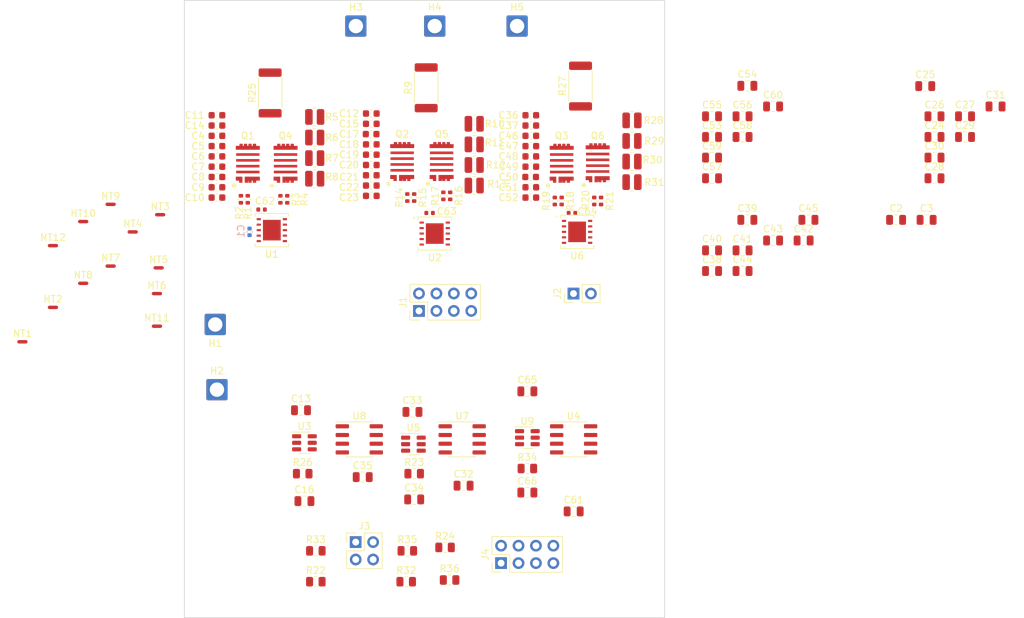
<source format=kicad_pcb>
(kicad_pcb (version 20211014) (generator pcbnew)
  (layers (0 "F.Cu" signal) (1 "In1.Cu" signal) (2 "In2.Cu" signal) (31 "B.Cu" signal) (34 "B.Paste" user) (35 "F.Paste" user) (36 "B.SilkS" user "B.Silkscreen") (37 "F.SilkS" user "F.Silkscreen") (38 "B.Mask" user) (39 "F.Mask" user) (44 "Edge.Cuts" user))
  (net 0 "")
  (net 1 "V_SUPPLY")
  (net 2 "Net-(NT1-Pad2)")
  (net 3 "Net-(NT3-Pad2)")
  (net 4 "Net-(NT5-Pad2)")
  (net 5 "/GATE/VSA")
  (net 6 "GND")
  (net 7 "Net-(C1-Pad2)")
  (net 8 "+3V3")
  (net 9 "/GATE/VSB")
  (net 10 "Net-(C2-Pad2)")
  (net 11 "/GATE/VSC")
  (net 12 "Net-(C3-Pad2)")
  (net 13 "/GATE/GH_A")
  (net 14 "Net-(R1-Pad1)")
  (net 15 "Net-(R26-Pad1)")
  (net 16 "+1V5")
  (net 17 "Net-(R2-Pad1)")
  (net 18 "/GATE/GL_A")
  (net 19 "Net-(R3-Pad1)")
  (net 20 "/GATE/GH_B")
  (net 21 "/GATE/GL_B")
  (net 22 "/GATE/GH_C")
  (net 23 "/GATE/GL_C")
  (net 24 "Net-(R14-Pad1)")
  (net 25 "Net-(R15-Pad1)")
  (net 26 "Net-(R16-Pad1)")
  (net 27 "Net-(R17-Pad1)")
  (net 28 "Net-(R18-Pad1)")
  (net 29 "Net-(R19-Pad1)")
  (net 30 "Net-(R20-Pad1)")
  (net 31 "Net-(R21-Pad1)")
  (net 32 "/GATE/H1")
  (net 33 "/GATE/H2")
  (net 34 "/GATE/H3")
  (net 35 "/GATE/L1")
  (net 36 "/GATE/L2")
  (net 37 "/GATE/L3")
  (net 38 "+12V")
  (net 39 "+5V")
  (net 40 "Net-(R4-Pad1)")
  (net 42 "/CURRENT_A")
  (net 43 "/CURRENT_B")
  (net 44 "/CURRENT_C")
  (net 45 "/SENSE_A")
  (net 46 "/SENSE_B")
  (net 47 "/SENSE_C")
  (net 49 "/GaN_A/SA_P")
  (net 50 "/GaN_A/SA_N")
  (net 51 "Net-(NT4-Pad1)")
  (net 52 "Net-(NT4-Pad2)")
  (net 53 "/GaN_B/SA_P")
  (net 54 "/GaN_B/SA_N")
  (net 55 "Net-(NT7-Pad2)")
  (net 56 "Net-(NT8-Pad1)")
  (net 57 "Net-(NT8-Pad2)")
  (net 58 "Net-(NT9-Pad2)")
  (net 59 "Net-(NT10-Pad1)")
  (net 60 "Net-(NT10-Pad2)")
  (net 61 "/GaN_C/SA_P")
  (net 62 "Net-(NT11-Pad2)")
  (net 63 "/GaN_C/SA_N")
  (net 64 "Net-(R23-Pad1)")
  (net 65 "Net-(R34-Pad1)")
  (net 66 "Net-(U4-Pad2)")
  (net 69 "Net-(U7-Pad2)")
  (net 72 "Net-(U8-Pad2)")
  (footprint "Package_TO_SOT_SMD:SOT-23-6" (layer "F.Cu") (at 100.8875 114.7)
    (fp_text reference "U5" (at 0 -2.4) (layer "F.SilkS"))
    (fp_text value "INA181A2")
    (pad "1" smd roundrect (at -1.1375 -0.95) (size 1.325 0.6) (layers "F.Cu" "F.Paste" "F.Mask") (net 64 "Net-(R23-Pad1)"))
    (pad "2" smd roundrect (at -1.1375 0) (size 1.325 0.6) (layers "F.Cu" "F.Paste" "F.Mask") (net 6 "GND"))
    (pad "3" smd roundrect (at -1.1375 0.95) (size 1.325 0.6) (layers "F.Cu" "F.Paste" "F.Mask") (net 53 "/GaN_B/SA_P"))
    (pad "4" smd roundrect (at 1.1375 0.95) (size 1.325 0.6) (layers "F.Cu" "F.Paste" "F.Mask") (net 54 "/GaN_B/SA_N"))
    (pad "5" smd roundrect (at 1.1375 0) (size 1.325 0.6) (layers "F.Cu" "F.Paste" "F.Mask") (net 16 "+1V5"))
    (pad "6" smd roundrect (at 1.1375 -0.95) (size 1.325 0.6) (layers "F.Cu" "F.Paste" "F.Mask") (net 8 "+3V3"))
  )
  (footprint "Capacitor_SMD:C_0805_2012Metric" (layer "F.Cu") (at 175.5 62.5)
    (fp_text reference "C25" (at 0 -1.68) (layer "F.SilkS"))
    (fp_text value "2.2u/100V")
    (pad "1" smd roundrect (at -0.95 0) (size 1 1.45) (layers "F.Cu" "F.Paste" "F.Mask") (net 1 "V_SUPPLY"))
    (pad "2" smd roundrect (at 0.95 0) (size 1 1.45) (layers "F.Cu" "F.Paste" "F.Mask") (net 6 "GND"))
  )
  (footprint "Connector_Wire:SolderWire-1.5sqmm_1x01_D1.7mm_OD3mm" (layer "F.Cu") (at 104 53.75)
    (fp_text reference "H4" (at 0 -2.75) (layer "F.SilkS"))
    (fp_text value "L2")
    (pad "1" thru_hole roundrect (at 0 0) (size 3.1 3.1) (drill 2.1) (layers *.Cu *.Mask) (roundrect_rratio 0.080645) (net 9 "/GATE/VSB"))
  )
  (footprint "Capacitor_SMD:C_0805_2012Metric" (layer "F.Cu") (at 158.47 82)
    (fp_text reference "C45" (at 0 -1.68) (layer "F.SilkS"))
    (fp_text value "2.2u/100V")
    (pad "1" smd roundrect (at -0.95 0) (size 1 1.45) (layers "F.Cu" "F.Paste" "F.Mask") (net 1 "V_SUPPLY"))
    (pad "2" smd roundrect (at 0.95 0) (size 1 1.45) (layers "F.Cu" "F.Paste" "F.Mask") (net 6 "GND"))
  )
  (footprint "Capacitor_SMD:C_0805_2012Metric" (layer "F.Cu") (at 144.42 89.46)
    (fp_text reference "C38" (at 0 -1.68) (layer "F.SilkS"))
    (fp_text value "2.2u/100V")
    (pad "1" smd roundrect (at -0.95 0) (size 1 1.45) (layers "F.Cu" "F.Paste" "F.Mask") (net 1 "V_SUPPLY"))
    (pad "2" smd roundrect (at 0.95 0) (size 1 1.45) (layers "F.Cu" "F.Paste" "F.Mask") (net 6 "GND"))
  )
  (footprint "Capacitor_SMD:C_0603_1608Metric" (layer "F.Cu") (at 72.25 68.25 180)
    (fp_text reference "C14" (at 3.25 0) (layer "F.SilkS"))
    (fp_text value "100n/100V")
    (pad "1" smd roundrect (at -0.775 0 180) (size 0.9 0.95) (layers "F.Cu" "F.Paste" "F.Mask") (net 1 "V_SUPPLY"))
    (pad "2" smd roundrect (at 0.775 0 180) (size 0.9 0.95) (layers "F.Cu" "F.Paste" "F.Mask") (net 6 "GND"))
  )
  (footprint "Capacitor_SMD:C_0805_2012Metric" (layer "F.Cu") (at 148.87 89.46)
    (fp_text reference "C44" (at 0 -1.68) (layer "F.SilkS"))
    (fp_text value "2.2u/100V")
    (pad "1" smd roundrect (at -0.95 0) (size 1 1.45) (layers "F.Cu" "F.Paste" "F.Mask") (net 1 "V_SUPPLY"))
    (pad "2" smd roundrect (at 0.95 0) (size 1 1.45) (layers "F.Cu" "F.Paste" "F.Mask") (net 6 "GND"))
  )
  (footprint "Resistor_SMD:R_0402_1005Metric" (layer "F.Cu") (at 100 78.75 90)
    (fp_text reference "R14" (at 0 -1.17 90) (layer "F.SilkS"))
    (fp_text value "R")
    (pad "1" smd roundrect (at -0.51 0 90) (size 0.54 0.64) (layers "F.Cu" "F.Paste" "F.Mask") (net 24 "Net-(R14-Pad1)"))
    (pad "2" smd roundrect (at 0.51 0 90) (size 0.54 0.64) (layers "F.Cu" "F.Paste" "F.Mask") (net 20 "/GATE/GH_B"))
  )
  (footprint "Capacitor_SMD:C_0805_2012Metric" (layer "F.Cu") (at 144.42 66.91)
    (fp_text reference "C55" (at 0 -1.68) (layer "F.SilkS"))
    (fp_text value "2.2u/100V")
    (pad "1" smd roundrect (at -0.95 0) (size 1 1.45) (layers "F.Cu" "F.Paste" "F.Mask") (net 1 "V_SUPPLY"))
    (pad "2" smd roundrect (at 0.95 0) (size 1 1.45) (layers "F.Cu" "F.Paste" "F.Mask") (net 6 "GND"))
  )
  (footprint "NetTie:NetTie-2_SMD_Pad0.5mm" (layer "F.Cu") (at 56.75 79.74)
    (fp_text reference "NT9" (at 0 -1.2) (layer "F.SilkS"))
    (fp_text value "NetTie_2")
    (fp_poly (pts (xy -0.5 -0.25) (xy 0.5 -0.25) (xy 0.5 0.25) (xy -0.5 0.25)) (layer "F.Cu") (width 0) (fill solid))
    (pad "1" smd circle (at -0.5 0) (size 0.5 0.5) (layers "F.Cu") (net 11 "/GATE/VSC"))
    (pad "2" smd circle (at 0.5 0) (size 0.5 0.5) (layers "F.Cu") (net 58 "Net-(NT9-Pad2)"))
  )
  (footprint "Resistor_SMD:R_0805_2012Metric" (layer "F.Cu") (at 84.75 119)
    (fp_text reference "R26" (at 0 -1.65) (layer "F.SilkS"))
    (fp_text value "1k")
    (pad "1" smd roundrect (at -0.9125 0) (size 1.025 1.4) (layers "F.Cu" "F.Paste" "F.Mask") (roundrect_rratio 0.243902) (net 15 "Net-(R26-Pad1)"))
    (pad "2" smd roundrect (at 0.9125 0) (size 1.025 1.4) (layers "F.Cu" "F.Paste" "F.Mask") (roundrect_rratio 0.243902) (net 42 "/CURRENT_A"))
  )
  (footprint "Capacitor_SMD:C_0805_2012Metric" (layer "F.Cu") (at 175.7 82)
    (fp_text reference "C3" (at 0 -1.68) (layer "F.SilkS"))
    (fp_text value "1u")
    (pad "1" smd roundrect (at -0.95 0) (size 1 1.45) (layers "F.Cu" "F.Paste" "F.Mask") (net 11 "/GATE/VSC"))
    (pad "2" smd roundrect (at 0.95 0) (size 1 1.45) (layers "F.Cu" "F.Paste" "F.Mask") (net 12 "Net-(C3-Pad2)"))
  )
  (footprint "Capacitor_SMD:C_0805_2012Metric" (layer "F.Cu") (at 149.57 62.46)
    (fp_text reference "C54" (at 0 -1.68) (layer "F.SilkS"))
    (fp_text value "2.2u/100V")
    (pad "1" smd roundrect (at -0.95 0) (size 1 1.45) (layers "F.Cu" "F.Paste" "F.Mask") (net 1 "V_SUPPLY"))
    (pad "2" smd roundrect (at 0.95 0) (size 1 1.45) (layers "F.Cu" "F.Paste" "F.Mask") (net 6 "GND"))
  )
  (footprint "Capacitor_SMD:C_0603_1608Metric" (layer "F.Cu") (at 118 71.25 180)
    (fp_text reference "C47" (at 3.25 0) (layer "F.SilkS"))
    (fp_text value "100n/100V")
    (pad "1" smd roundrect (at -0.775 0 180) (size 0.9 0.95) (layers "F.Cu" "F.Paste" "F.Mask") (net 1 "V_SUPPLY"))
    (pad "2" smd roundrect (at 0.775 0 180) (size 0.9 0.95) (layers "F.Cu" "F.Paste" "F.Mask") (net 6 "GND"))
  )
  (footprint "Resistor_SMD:R_0805_2012Metric" (layer "F.Cu") (at 100 130.25)
    (fp_text reference "R35" (at 0 -1.65) (layer "F.SilkS"))
    (fp_text value "2k2")
    (pad "1" smd roundrect (at -0.9125 0) (size 1.025 1.4) (layers "F.Cu" "F.Paste" "F.Mask") (roundrect_rratio 0.243902) (net 6 "GND"))
    (pad "2" smd roundrect (at 0.9125 0) (size 1.025 1.4) (layers "F.Cu" "F.Paste" "F.Mask") (roundrect_rratio 0.243902) (net 47 "/SENSE_C"))
  )
  (footprint "Capacitor_SMD:C_0603_1608Metric" (layer "F.Cu") (at 118 77.25 180)
    (fp_text reference "C51" (at 3.25 0) (layer "F.SilkS"))
    (fp_text value "100n/100V")
    (pad "1" smd roundrect (at -0.775 0 180) (size 0.9 0.95) (layers "F.Cu" "F.Paste" "F.Mask") (net 1 "V_SUPPLY"))
    (pad "2" smd roundrect (at 0.775 0 180) (size 0.9 0.95) (layers "F.Cu" "F.Paste" "F.Mask") (net 6 "GND"))
  )
  (footprint "Resistor_SMD:R_0402_1005Metric" (layer "F.Cu") (at 128.25 79.25 90)
    (fp_text reference "R21" (at 0 1.25 90) (layer "F.SilkS"))
    (fp_text value "R")
    (pad "1" smd roundrect (at -0.51 0 90) (size 0.54 0.64) (layers "F.Cu" "F.Paste" "F.Mask") (net 31 "Net-(R21-Pad1)"))
    (pad "2" smd roundrect (at 0.51 0 90) (size 0.54 0.64) (layers "F.Cu" "F.Paste" "F.Mask") (net 23 "/GATE/GL_C"))
  )
  (footprint "Capacitor_SMD:C_0603_1608Metric" (layer "F.Cu") (at 72.25 71.25 180)
    (fp_text reference "C5" (at 2.75 0) (layer "F.SilkS"))
    (fp_text value "100n/100V")
    (pad "1" smd roundrect (at -0.775 0 180) (size 0.9 0.95) (layers "F.Cu" "F.Paste" "F.Mask") (net 1 "V_SUPPLY"))
    (pad "2" smd roundrect (at 0.775 0 180) (size 0.9 0.95) (layers "F.Cu" "F.Paste" "F.Mask") (net 6 "GND"))
  )
  (footprint "Capacitor_SMD:C_0603_1608Metric" (layer "F.Cu") (at 118 74.25 180)
    (fp_text reference "C49" (at 3.25 0) (layer "F.SilkS"))
    (fp_text value "100n/100V")
    (pad "1" smd roundrect (at -0.775 0 180) (size 0.9 0.95) (layers "F.Cu" "F.Paste" "F.Mask") (net 1 "V_SUPPLY"))
    (pad "2" smd roundrect (at 0.775 0 180) (size 0.9 0.95) (layers "F.Cu" "F.Paste" "F.Mask") (net 6 "GND"))
  )
  (footprint "Capacitor_SMD:C_0805_2012Metric" (layer "F.Cu") (at 148.87 66.91)
    (fp_text reference "C56" (at 0 -1.68) (layer "F.SilkS"))
    (fp_text value "2.2u/100V")
    (pad "1" smd roundrect (at -0.95 0) (size 1 1.45) (layers "F.Cu" "F.Paste" "F.Mask") (net 1 "V_SUPPLY"))
    (pad "2" smd roundrect (at 0.95 0) (size 1 1.45) (layers "F.Cu" "F.Paste" "F.Mask") (net 6 "GND"))
  )
  (footprint "Resistor_SMD:R_0402_1005Metric" (layer "F.Cu") (at 122.5 79.25 90)
    (fp_text reference "R18" (at 0 1.25 90) (layer "F.SilkS"))
    (fp_text value "R")
    (pad "1" smd roundrect (at -0.51 0 90) (size 0.54 0.64) (layers "F.Cu" "F.Paste" "F.Mask") (net 28 "Net-(R18-Pad1)"))
    (pad "2" smd roundrect (at 0.51 0 90) (size 0.54 0.64) (layers "F.Cu" "F.Paste" "F.Mask") (net 22 "/GATE/GH_C"))
  )
  (footprint "Capacitor_SMD:C_0603_1608Metric" (layer "F.Cu") (at 94.75 75.5 180)
    (fp_text reference "C21" (at 3.25 -0.25) (layer "F.SilkS"))
    (fp_text value "100n/100V")
    (pad "1" smd roundrect (at -0.775 0 180) (size 0.9 0.95) (layers "F.Cu" "F.Paste" "F.Mask") (net 1 "V_SUPPLY"))
    (pad "2" smd roundrect (at 0.775 0 180) (size 0.9 0.95) (layers "F.Cu" "F.Paste" "F.Mask") (net 6 "GND"))
  )
  (footprint "Resistor_SMD:R_0402_1005Metric" (layer "F.Cu") (at 127.25 79.25 90)
    (fp_text reference "R20" (at 0.153641 -1.25 90) (layer "F.SilkS"))
    (fp_text value "R")
    (pad "1" smd roundrect (at -0.51 0 90) (size 0.54 0.64) (layers "F.Cu" "F.Paste" "F.Mask") (net 30 "Net-(R20-Pad1)"))
    (pad "2" smd roundrect (at 0.51 0 90) (size 0.54 0.64) (layers "F.Cu" "F.Paste" "F.Mask") (net 23 "/GATE/GL_C"))
  )
  (footprint "Resistor_SMD:R_0805_2012Metric" (layer "F.Cu") (at 101 119)
    (fp_text reference "R23" (at 0 -1.65) (layer "F.SilkS"))
    (fp_text value "1k")
    (pad "1" smd roundrect (at -0.9125 0) (size 1.025 1.4) (layers "F.Cu" "F.Paste" "F.Mask") (roundrect_rratio 0.243902) (net 64 "Net-(R23-Pad1)"))
    (pad "2" smd roundrect (at 0.9125 0) (size 1.025 1.4) (layers "F.Cu" "F.Paste" "F.Mask") (roundrect_rratio 0.243902) (net 43 "/CURRENT_B"))
  )
  (footprint "Capacitor_SMD:C_0805_2012Metric" (layer "F.Cu") (at 185.75 65.47)
    (fp_text reference "C31" (at 0 -1.68) (layer "F.SilkS"))
    (fp_text value "2.2u/100V")
    (pad "1" smd roundrect (at -0.95 0) (size 1 1.45) (layers "F.Cu" "F.Paste" "F.Mask") (net 1 "V_SUPPLY"))
    (pad "2" smd roundrect (at 0.95 0) (size 1 1.45) (layers "F.Cu" "F.Paste" "F.Mask") (net 6 "GND"))
  )
  (footprint "Resistor_SMD:R_0805_2012Metric" (layer "F.Cu") (at 86.6625 134.75)
    (fp_text reference "R22" (at 0 -1.65) (layer "F.SilkS"))
    (fp_text value "39k")
    (pad "1" smd roundrect (at -0.9125 0) (size 1.025 1.4) (layers "F.Cu" "F.Paste" "F.Mask") (roundrect_rratio 0.243902) (net 9 "/GATE/VSB"))
    (pad "2" smd roundrect (at 0.9125 0) (size 1.025 1.4) (layers "F.Cu" "F.Paste" "F.Mask") (roundrect_rratio 0.243902) (net 46 "/SENSE_B"))
  )
  (footprint "Capacitor_SMD:C_0805_2012Metric" (layer "F.Cu") (at 148.87 69.92)
    (fp_text reference "C58" (at 0 -1.68) (layer "F.SilkS"))
    (fp_text value "2.2u/100V")
    (pad "1" smd roundrect (at -0.95 0) (size 1 1.45) (layers "F.Cu" "F.Paste" "F.Mask") (net 1 "V_SUPPLY"))
    (pad "2" smd roundrect (at 0.95 0) (size 1 1.45) (layers "F.Cu" "F.Paste" "F.Mask") (net 6 "GND"))
  )
  (footprint "Capacitor_SMD:C_0805_2012Metric" (layer "F.Cu") (at 108.2 120.75)
    (fp_text reference "C32" (at 0 -1.68) (layer "F.SilkS"))
    (fp_text value "1u")
    (pad "1" smd roundrect (at -0.95 0) (size 1 1.45) (layers "F.Cu" "F.Paste" "F.Mask") (net 8 "+3V3"))
    (pad "2" smd roundrect (at 0.95 0) (size 1 1.45) (layers "F.Cu" "F.Paste" "F.Mask") (net 6 "GND"))
  )
  (footprint "Resistor_SMD:R_0805_2012Metric" (layer "F.Cu") (at 105.5 129.75)
    (fp_text reference "R24" (at 0 -1.65) (layer "F.SilkS"))
    (fp_text value "2k2")
    (pad "1" smd roundrect (at -0.9125 0) (size 1.025 1.4) (layers "F.Cu" "F.Paste" "F.Mask") (roundrect_rratio 0.243902) (net 6 "GND"))
    (pad "2" smd roundrect (at 0.9125 0) (size 1.025 1.4) (layers "F.Cu" "F.Paste" "F.Mask") (roundrect_rratio 0.243902) (net 46 "/SENSE_B"))
  )
  (footprint "Connector_Wire:SolderWire-1.5sqmm_1x01_D1.7mm_OD3mm" (layer "F.Cu") (at 92.5 53.75)
    (fp_text reference "H3" (at 0 -2.75) (layer "F.SilkS"))
    (fp_text value "L1")
    (pad "1" thru_hole roundrect (at 0 0) (size 3.1 3.1) (drill 2.1) (layers *.Cu *.Mask) (roundrect_rratio 0.080645) (net 5 "/GATE/VSA"))
  )
  (footprint "Capacitor_SMD:C_0603_1608Metric" (layer "F.Cu") (at 118 69.75 180)
    (fp_text reference "C46" (at 3.25 0) (layer "F.SilkS"))
    (fp_text value "100n/100V")
    (pad "1" smd roundrect (at -0.775 0 180) (size 0.9 0.95) (layers "F.Cu" "F.Paste" "F.Mask") (net 1 "V_SUPPLY"))
    (pad "2" smd roundrect (at 0.775 0 180) (size 0.9 0.95) (layers "F.Cu" "F.Paste" "F.Mask") (net 6 "GND"))
  )
  (footprint "Capacitor_SMD:C_0805_2012Metric" (layer "F.Cu") (at 144.42 72.93)
    (fp_text reference "C59" (at 0 -1.68) (layer "F.SilkS"))
    (fp_text value "2.2u/100V")
    (pad "1" smd roundrect (at -0.95 0) (size 1 1.45) (layers "F.Cu" "F.Paste" "F.Mask") (net 1 "V_SUPPLY"))
    (pad "2" smd roundrect (at 0.95 0) (size 1 1.45) (layers "F.Cu" "F.Paste" "F.Mask") (net 6 "GND"))
  )
  (footprint "Capacitor_SMD:C_0603_1608Metric" (layer "F.Cu") (at 72.25 66.75 180)
    (fp_text reference "C11" (at 3.25 0) (layer "F.SilkS"))
    (fp_text value "100n/100V")
    (pad "1" smd roundrect (at -0.775 0 180) (size 0.9 0.95) (layers "F.Cu" "F.Paste" "F.Mask") (net 1 "V_SUPPLY"))
    (pad "2" smd roundrect (at 0.775 0 180) (size 0.9 0.95) (layers "F.Cu" "F.Paste" "F.Mask") (net 6 "GND"))
  )
  (footprint "epc:EPC2302" (layer "F.Cu") (at 105 73.5 180)
    (fp_text reference "Q5" (at 0 4) (layer "F.SilkS"))
    (fp_text value "EPC2302")
    (fp_poly (pts (xy -1.7018 2.487094) (xy -1.161797 2.487088) (xy -1.161797 2.791888) (xy -0.780797 2.791888) (xy -0.780797 2.487088) (xy -0.511808 2.487088) (xy -0.511808 2.791888) (xy -0.130808 2.791888) (xy -0.130808 2.487088) (xy 0.138184 2.487088) (xy 0.138184 2.791888) (xy 0.519184 2.791888) (xy 0.519184 2.487088) (xy 0.788159 2.487088) (xy 0.788159 2.791888) (xy 1.169159 2.791888) (xy 1.169159 2.487088) (xy 1.7018 2.487094) (xy 1.7018 2.017194) (xy -1.7018 2.017194)) (layer "F.Cu") (width 0.1) (fill solid))
    (fp_poly (pts (xy -1.7018 -2.487094) (xy -1.161797 -2.487088) (xy -1.161797 -2.791888) (xy -0.780797 -2.791888) (xy -0.780797 -2.487088) (xy -0.511808 -2.487088) (xy -0.511808 -2.791888) (xy -0.130808 -2.791888) (xy -0.130808 -2.487088) (xy 0.017212 -2.487088) (xy 0.017212 -2.791888) (xy 0.398212 -2.791888) (xy 0.4064 -2.004494) (xy -1.7018 -2.004494)) (layer "F.Cu") (width 0.1) (fill solid))
    (fp_poly (pts (xy 0.838202 -2.791888) (xy 1.219202 -2.791888) (xy 1.219202 -2.487088) (xy 1.7018 -2.487092) (xy 1.7018 -2.004492) (xy 0.8382 -2.004492)) (layer "F.Cu") (width 0.1) (fill solid))
    (pad "1" smd rect (at 1.27 -2.245792 180) (size 0.8636 0.4826) (layers "F.Cu" "F.Paste" "F.Mask") (net 22 "/GATE/GH_C"))
    (pad "2" smd rect (at -0.6477 -2.245794 180) (size 2.1082 0.4826) (layers "F.Cu" "F.Paste" "F.Mask") (net 60 "Net-(NT10-Pad2)"))
    (pad "3" smd rect (at 0 -1.275001 180) (size 3.4036 0.381) (layers "F.Cu" "F.Paste" "F.Mask") (net 1 "V_SUPPLY"))
    (pad "4" smd rect (at 0 -0.425 180) (size 3.4036 0.381) (layers "F.Cu" "F.Paste" "F.Mask") (net 60 "Net-(NT10-Pad2)"))
    (pad "5" smd rect (at 0 0.425 180) (size 3.4036 0.381) (layers "F.Cu" "F.Paste" "F.Mask") (net 1 "V_SUPPLY"))
    (pad "6" smd rect (at 0 1.275001 180) (size 3.4036 0.381) (layers "F.Cu" "F.Paste" "F.Mask") (net 60 "Net-(NT10-Pad2)"))
    (pad "7" smd rect (at 0 2.252144 180) (size 3.4036 0.4699) (layers "F.Cu" "F.Paste" "F.Mask") (net 1 "V_SUPPLY"))
  )
  (footprint "Capacitor_SMD:C_0805_2012Metric" (layer "F.Cu") (at 176.85 72.93)
    (fp_text reference "C30" (at 0 -1.68) (layer "F.SilkS"))
    (fp_text value "2.2u/100V")
    (pad "1" smd roundrect (at -0.95 0) (size 1 1.45) (layers "F.Cu" "F.Paste" "F.Mask") (net 1 "V_SUPPLY"))
    (pad "2" smd roundrect (at 0.95 0) (size 1 1.45) (layers "F.Cu" "F.Paste" "F.Mask") (net 6 "GND"))
  )
  (footprint "NetTie:NetTie-2_SMD_Pad0.5mm" (layer "F.Cu") (at 56.75 88.74)
    (fp_text reference "NT7" (at 0 -1.2) (layer "F.SilkS"))
    (fp_text value "NetTie_2")
    (fp_poly (pts (xy -0.5 -0.25) (xy 0.5 -0.25) (xy 0.5 0.25) (xy -0.5 0.25)) (layer "F.Cu") (width 0) (fill solid))
    (pad "1" smd circle (at -0.5 0) (size 0.5 0.5) (layers "F.Cu") (net 5 "/GATE/VSA"))
    (pad "2" smd circle (at 0.5 0) (size 0.5 0.5) (layers "F.Cu") (net 55 "Net-(NT7-Pad2)"))
  )
  (footprint "Capacitor_SMD:C_0805_2012Metric" (layer "F.Cu") (at 157.77 85.01)
    (fp_text reference "C42" (at 0 -1.68) (layer "F.SilkS"))
    (fp_text value "2.2u/100V")
    (pad "1" smd roundrect (at -0.95 0) (size 1 1.45) (layers "F.Cu" "F.Paste" "F.Mask") (net 1 "V_SUPPLY"))
    (pad "2" smd roundrect (at 0.95 0) (size 1 1.45) (layers "F.Cu" "F.Paste" "F.Mask") (net 6 "GND"))
  )
  (footprint "Resistor_SMD:R_2512_6332Metric" (layer "F.Cu") (at 125.25 62.5 90)
    (fp_text reference "R27" (at 0 -2.62 90) (layer "F.SilkS"))
    (fp_text value "R")
    (pad "1" smd roundrect (at -2.9625 0 90) (size 1.225 3.35) (layers "F.Cu" "F.Paste" "F.Mask") (roundrect_rratio 0.204082) (net 60 "Net-(NT10-Pad2)"))
    (pad "2" smd roundrect (at 2.9625 0 90) (size 1.225 3.35) (layers "F.Cu" "F.Paste" "F.Mask") (roundrect_rratio 0.204082) (net 11 "/GATE/VSC"))
  )
  (footprint "Capacitor_SMD:C_0805_2012Metric" (layer "F.Cu") (at 144.42 75.94)
    (fp_text reference "C57" (at 0 -1.68) (layer "F.SilkS"))
    (fp_text value "2.2u/100V")
    (pad "1" smd roundrect (at -0.95 0) (size 1 1.45) (layers "F.Cu" "F.Paste" "F.Mask") (net 1 "V_SUPPLY"))
    (pad "2" smd roundrect (at 0.95 0) (size 1 1.45) (layers "F.Cu" "F.Paste" "F.Mask") (net 6 "GND"))
  )
  (footprint "Capacitor_SMD:C_0603_1608Metric" (layer "F.Cu") (at 72.25 72.75 180)
    (fp_text reference "C6" (at 2.75 0) (layer "F.SilkS"))
    (fp_text value "100n/100V")
    (pad "1" smd roundrect (at -0.775 0 180) (size 0.9 0.95) (layers "F.Cu" "F.Paste" "F.Mask") (net 1 "V_SUPPLY"))
    (pad "2" smd roundrect (at 0.775 0 180) (size 0.9 0.95) (layers "F.Cu" "F.Paste" "F.Mask") (net 6 "GND"))
  )
  (footprint "lm5113:LM5113SD_NOPB" (layer "F.Cu") (at 124.75 83.75)
    (fp_text reference "U6" (at 0 3.5) (layer "F.SilkS"))
    (fp_text value "LM5113SD/NOPB")
    (pad "1" smd rect (at -1.905 -1.599999) (size 0.6096 0.3048) (layers "F.Cu" "F.Mask") (net 39 "+5V"))
    (pad "2" smd rect (at -1.905 -0.799998) (size 0.6096 0.3048) (layers "F.Cu" "F.Mask") (net 12 "Net-(C3-Pad2)"))
    (pad "3" smd rect (at -1.905 0) (size 0.6096 0.3048) (layers "F.Cu" "F.Mask") (net 28 "Net-(R18-Pad1)"))
    (pad "4" smd rect (at -1.905 0.800001) (size 0.6096 0.3048) (layers "F.Cu" "F.Mask") (net 29 "Net-(R19-Pad1)"))
    (pad "5" smd rect (at -1.905 1.599999) (size 0.6096 0.3048) (layers "F.Cu" "F.Mask") (net 11 "/GATE/VSC"))
    (pad "6" smd rect (at 1.905 1.599999) (size 0.6096 0.3048) (layers "F.Cu" "F.Mask") (net 34 "/GATE/H3"))
    (pad "7" smd rect (at 1.905 0.799998) (size 0.6096 0.3048) (layers "F.Cu" "F.Mask") (net 37 "/GATE/L3"))
    (pad "8" smd rect (at 1.905 0) (size 0.6096 0.3048) (layers "F.Cu" "F.Mask") (net 6 "GND"))
    (pad "9" smd rect (at 1.905 -0.800001) (size 0.6096 0.3048) (layers "F.Cu" "F.Mask") (net 31 "Net-(R21-Pad1)"))
    (pad "10" smd rect (at 1.905 -1.599999) (size 0.6096 0.3048) (layers "F.Cu" "F.Mask") (net 30 "Net-(R20-Pad1)"))
    (pad "11" smd rect (at 0 0) (size 2.5908 2.9972) (layers "F.Cu" "F.Mask") (net 6 "GND"))
  )
  (footprint "Capacitor_SMD:C_0603_1608Metric" (layer "F.Cu") (at 118 66.75 180)
    (fp_text reference "C36" (at 3.25 0) (layer "F.SilkS"))
    (fp_text value "100n/100V")
    (pad "1" smd roundrect (at -0.775 0 180) (size 0.9 0.95) (layers "F.Cu" "F.Paste" "F.Mask") (net 1 "V_SUPPLY"))
    (pad "2" smd roundrect (at 0.775 0 180) (size 0.9 0.95) (layers "F.Cu" "F.Paste" "F.Mask") (net 6 "GND"))
  )
  (footprint "Capacitor_SMD:C_0805_2012Metric" (layer "F.Cu") (at 171.25 82)
    (fp_text reference "C2" (at 0 -1.68) (layer "F.SilkS"))
    (fp_text value "1u")
    (pad "1" smd roundrect (at -0.95 0) (size 1 1.45) (layers "F.Cu" "F.Paste" "F.Mask") (net 9 "/GATE/VSB"))
    (pad "2" smd roundrect (at 0.95 0) (size 1 1.45) (layers "F.Cu" "F.Paste" "F.Mask") (net 10 "Net-(C2-Pad2)"))
  )
  (footprint "Capacitor_SMD:C_0805_2012Metric" (layer "F.Cu") (at 144.42 86.45)
    (fp_text reference "C40" (at 0 -1.68) (layer "F.SilkS"))
    (fp_text value "2.2u/100V")
    (pad "1" smd roundrect (at -0.95 0) (size 1 1.45) (layers "F.Cu" "F.Paste" "F.Mask") (net 1 "V_SUPPLY"))
    (pad "2" smd roundrect (at 0.95 0) (size 1 1.45) (layers "F.Cu" "F.Paste" "F.Mask") (net 6 "GND"))
  )
  (footprint "Connector_PinHeader_2.54mm:PinHeader_1x02_P2.54mm_Vertical" (layer "F.Cu") (at 124.225 92.75 90)
    (fp_text reference "J2" (at 0 -2.33 90) (layer "F.SilkS"))
    (fp_text value "Conn_01x02")
    (pad "1" thru_hole rect (at 0 0 90) (size 1.7 1.7) (drill 1) (layers *.Cu *.Mask) (net 1 "V_SUPPLY"))
    (pad "2" thru_hole oval (at 0 2.54 90) (size 1.7 1.7) (drill 1) (layers *.Cu *.Mask) (net 6 "GND"))
  )
  (footprint "Capacitor_SMD:C_0805_2012Metric" (layer "F.Cu") (at 181.3 69.92)
    (fp_text reference "C29" (at 0 -1.68) (layer "F.SilkS"))
    (fp_text value "2.2u/100V")
    (pad "1" smd roundrect (at -0.95 0) (size 1 1.45) (layers "F.Cu" "F.Paste" "F.Mask") (net 1 "V_SUPPLY"))
    (pad "2" smd roundrect (at 0.95 0) (size 1 1.45) (layers "F.Cu" "F.Paste" "F.Mask") (net 6 "GND"))
  )
  (footprint "NetTie:NetTie-2_SMD_Pad0.5mm" (layer "F.Cu") (at 43.89 99.78)
    (fp_text reference "NT1" (at 0 -1.2) (layer "F.SilkS"))
    (fp_text value "NetTie_2")
    (fp_poly (pts (xy -0.5 -0.25) (xy 0.5 -0.25) (xy 0.5 0.25) (xy -0.5 0.25)) (layer "F.Cu") (width 0) (fill solid))
    (pad "1" smd circle (at -0.5 0) (size 0.5 0.5) (layers "F.Cu") (net 49 "/GaN_A/SA_P"))
    (pad "2" smd circle (at 0.5 0) (size 0.5 0.5) (layers "F.Cu") (net 2 "Net-(NT1-Pad2)"))
  )
  (footprint "Capacitor_SMD:C_0603_1608Metric" (layer "F.Cu") (at 72.25 78.75 180)
    (fp_text reference "C10" (at 3.25 0) (layer "F.SilkS"))
    (fp_text value "100n/100V")
    (pad "1" smd roundrect (at -0.775 0 180) (size 0.9 0.95) (layers "F.Cu" "F.Paste" "F.Mask") (net 1 "V_SUPPLY"))
    (pad "2" smd roundrect (at 0.775 0 180) (size 0.9 0.95) (layers "F.Cu" "F.Paste" "F.Mask") (net 6 "GND"))
  )
  (footprint "Capacitor_SMD:C_0805_2012Metric" (layer "F.Cu") (at 153.32 85.01)
    (fp_text reference "C43" (at 0 -1.68) (layer "F.SilkS"))
    (fp_text value "2.2u/100V")
    (pad "1" smd roundrect (at -0.95 0) (size 1 1.45) (layers "F.Cu" "F.Paste" "F.Mask") (net 1 "V_SUPPLY"))
    (pad "2" smd roundrect (at 0.95 0) (size 1 1.45) (layers "F.Cu" "F.Paste" "F.Mask") (net 6 "GND"))
  )
  (footprint "NetTie:NetTie-2_SMD_Pad0.5mm" (layer "F.Cu") (at 63.75 89)
    (fp_text reference "NT5" (at 0 -1.2) (layer "F.SilkS"))
    (fp_text value "NetTie_2")
    (fp_poly (pts (xy -0.5 -0.25) (xy 0.5 -0.25) (xy 0.5 0.25) (xy -0.5 0.25)) (layer "F.Cu") (width 0) (fill solid))
    (pad "1" smd circle (at -0.5 0) (size 0.5 0.5) (layers "F.Cu") (net 53 "/GaN_B/SA_P"))
    (pad "2" smd circle (at 0.5 0) (size 0.5 0.5) (layers "F.Cu") (net 4 "Net-(NT5-Pad2)"))
  )
  (footprint "Capacitor_SMD:C_0603_1608Metric" (layer "F.Cu") (at 94.75 74 180)
    (fp_text reference "C20" (at 3.25 0) (layer "F.SilkS"))
    (fp_text value "100n/100V")
    (pad "1" smd roundrect (at -0.775 0 180) (size 0.9 0.95) (layers "F.Cu" "F.Paste" "F.Mask") (net 1 "V_SUPPLY"))
    (pad "2" smd roundrect (at 0.775 0 180) (size 0.9 0.95) (layers "F.Cu" "F.Paste" "F.Mask") (net 6 "GND"))
  )
  (footprint "Froste:0805W" (layer "F.Cu") (at 86.5 73)
    (fp_text reference "R7" (at 2.5 0 unlocked) (layer "F.SilkS"))
    (fp_text value "3m")
    (pad "1" smd roundrect (at -0.85 0) (size 1.1 2.3) (layers "F.Cu" "F.Paste" "F.Mask") (net 2 "Net-(NT1-Pad2)"))
    (pad "2" smd roundrect (at 0.85 0) (size 1.1 2.3) (layers "F.Cu" "F.Paste" "F.Mask") (net 6 "GND"))
  )
  (footprint "epc:EPC2302" (layer "F.Cu") (at 122.5 73.75 180)
    (fp_text reference "Q3" (at 0 4) (layer "F.SilkS"))
    (fp_text value "EPC2302")
    (fp_poly (pts (xy 0.838202 -2.791888) (xy 1.219202 -2.791888) (xy 1.219202 -2.487088) (xy 1.7018 -2.487092) (xy 1.7018 -2.004492) (xy 0.8382 -2.004492)) (layer "F.Cu") (width 0.1) (fill solid))
    (fp_poly (pts (xy -1.7018 2.487094) (xy -1.161797 2.487088) (xy -1.161797 2.791888) (xy -0.780797 2.791888) (xy -0.780797 2.487088) (xy -0.511808 2.487088) (xy -0.511808 2.791888) (xy -0.130808 2.791888) (xy -0.130808 2.487088) (xy 0.138184 2.487088) (xy 0.138184 2.791888) (xy 0.519184 2.791888) (xy 0.519184 2.487088) (xy 0.788159 2.487088) (xy 0.788159 2.791888) (xy 1.169159 2.791888) (xy 1.169159 2.487088) (xy 1.7018 2.487094) (xy 1.7018 2.017194) (xy -1.7018 2.017194)) (layer "F.Cu") (width 0.1) (fill solid))
    (fp_poly (pts (xy -1.7018 -2.487094) (xy -1.161797 -2.487088) (xy -1.161797 -2.791888) (xy -0.780797 -2.791888) (xy -0.780797 -2.487088) (xy -0.511808 -2.487088) (xy -0.511808 -2.791888) (xy -0.130808 -2.791888) (xy -0.130808 -2.487088) (xy 0.017212 -2.487088) (xy 0.017212 -2.791888) (xy 0.398212 -2.791888) (xy 0.4064 -2.004494) (xy -1.7018 -2.004494)) (layer "F.Cu") (width 0.1) (fill solid))
    (pad "1" smd rect (at 1.27 -2.245792 180) (size 0.8636 0.4826) (layers "F.Cu" "F.Paste" "F.Mask") (net 21 "/GATE/GL_B"))
    (pad "2" smd rect (at -0.6477 -2.245794 180) (size 2.1082 0.4826) (layers "F.Cu" "F.Paste" "F.Mask") (net 4 "Net-(NT5-Pad2)"))
    (pad "3" smd rect (at 0 -1.275001 180) (size 3.4036 0.381) (layers "F.Cu" "F.Paste" "F.Mask") (net 52 "Net-(NT4-Pad2)"))
    (pad "4" smd rect (at 0 -0.425 180) (size 3.4036 0.381) (layers "F.Cu" "F.Paste" "F.Mask") (net 4 "Net-(NT5-Pad2)"))
    (pad "5" smd rect (at 0 0.425 180) (size 3.4036 0.381) (layers "F.Cu" "F.Paste" "F.Mask") (net 52 "Net-(NT4-Pad2)"))
    (pad "6" smd rect (at 0 1.275001 180) (size 3.4036 0.381) (layers "F.Cu" "F.Paste" "F.Mask") (net 4 "Net-(NT5-Pad2)"))
    (pad "7" smd rect (at 0 2.252144 180) (size 3.4036 0.4699) (layers "F.Cu" "F.Paste" "F.Mask") (net 52 "Net-(NT4-Pad2)"))
  )
  (footprint "Resistor_SMD:R_0402_1005Metric" (layer "F.Cu") (at 121.5 79.25 90)
    (fp_text reference "R19" (at 0 -1.25 90) (layer "F.SilkS"))
    (fp_text value "R")
    (pad "1" smd roundrect (at -0.51 0 90) (size 0.54 0.64) (layers "F.Cu" "F.Paste" "F.Mask") (net 29 "Net-(R19-Pad1)"))
    (pad "2" smd roundrect (at 0.51 0 90) (size 0.54 0.64) (layers "F.Cu" "F.Paste" "F.Mask") (net 22 "/GATE/GH_C"))
  )
  (footprint "Capacitor_SMD:C_0805_2012Metric" (layer "F.Cu") (at 100.75 110)
    (fp_text reference "C33" (at 0 -1.68) (layer "F.SilkS"))
    (fp_text value "100n")
    (pad "1" smd roundrect (at -0.95 0) (size 1 1.45) (layers "F.Cu" "F.Paste" "F.Mask") (net 8 "+3V3"))
    (pad "2" smd roundrect (at 0.95 0) (size 1 1.45) (layers "F.Cu" "F.Paste" "F.Mask") (net 6 "GND"))
  )
  (footprint "Capacitor_SMD:C_0603_1608Metric" (layer "F.Cu") (at 94.75 77 180)
    (fp_text reference "C22" (at 3.25 -0.25) (layer "F.SilkS"))
    (fp_text value "100n/100V")
    (pad "1" smd roundrect (at -0.775 0 180) (size 0.9 0.95) (layers "F.Cu" "F.Paste" "F.Mask") (net 1 "V_SUPPLY"))
    (pad "2" smd roundrect (at 0.775 0 180) (size 0.9 0.95) (layers "F.Cu" "F.Paste" "F.Mask") (net 6 "GND"))
  )
  (footprint "NetTie:NetTie-2_SMD_Pad0.5mm" (layer "F.Cu") (at 63.5 92.75)
    (fp_text reference "NT6" (at 0 -1.2) (layer "F.SilkS"))
    (fp_text value "NetTie_2")
    (fp_poly (pts (xy -0.5 -0.25) (xy 0.5 -0.25) (xy 0.5 0.25) (xy -0.5 0.25)) (layer "F.Cu") (width 0) (fill solid))
    (pad "1" smd circle (at -0.5 0) (size 0.5 0.5) (layers "F.Cu") (net 54 "/GaN_B/SA_N"))
    (pad "2" smd circle (at 0.5 0) (size 0.5 0.5) (layers "F.Cu") (net 6 "GND"))
  )
  (footprint "Package_TO_SOT_SMD:SOT-23-6" (layer "F.Cu") (at 85 114.5)
    (fp_text reference "U3" (at 0 -2.4) (layer "F.SilkS"))
    (fp_text value "INA181A2")
    (pad "1" smd roundrect (at -1.1375 -0.95) (size 1.325 0.6) (layers "F.Cu" "F.Paste" "F.Mask") (net 15 "Net-(R26-Pad1)"))
    (pad "2" smd roundrect (at -1.1375 0) (size 1.325 0.6) (layers "F.Cu" "F.Paste" "F.Mask") (net 6 "GND"))
    (pad "3" smd roundrect (at -1.1375 0.95) (size 1.325 0.6) (layers "F.Cu" "F.Paste" "F.Mask") (net 49 "/GaN_A/SA_P"))
    (pad "4" smd roundrect (at 1.1375 0.95) (size 1.325 0.6) (layers "F.Cu" "F.Paste" "F.Mask") (net 50 "/GaN_A/SA_N"))
    (pad "5" smd roundrect (at 1.1375 0) (size 1.325 0.6) (layers "F.Cu" "F.Paste" "F.Mask") (net 16 "+1V5"))
    (pad "6" smd roundrect (at 1.1375 -0.95) (size 1.325 0.6) (layers "F.Cu" "F.Paste" "F.Mask") (net 8 "+3V3"))
  )
  (footprint "Froste:0805W" (layer "F.Cu") (at 109.75 74)
    (fp_text reference "R12" (at 3.15 0 unlocked) (layer "F.SilkS"))
    (fp_text value "3m")
    (pad "1" smd roundrect (at -0.85 0) (size 1.1 2.3) (layers "F.Cu" "F.Paste" "F.Mask") (net 4 "Net-(NT5-Pad2)"))
    (pad "2" smd roundrect (at 0.85 0) (size 1.1 2.3) (layers "F.Cu" "F.Paste" "F.Mask") (net 6 "GND"))
  )
  (footprint "Connector_PinHeader_2.54mm:PinHeader_2x04_P2.54mm_Vertical" (layer "F.Cu") (at 113.67 132.04 90)
    (fp_text reference "J4" (at 1.27 -2.33 90) (layer "F.SilkS"))
    (fp_text value "GATE")
    (pad "1" thru_hole rect (at 0 0 90) (size 1.7 1.7) (drill 1) (layers *.Cu *.Mask) (net 39 "+5V"))
    (pad "2" thru_hole oval (at 2.54 0 90) (size 1.7 1.7) (drill 1) (layers *.Cu *.Mask) (net 8 "+3V3"))
    (pad "3" thru_hole oval (at 0 2.54 90) (size 1.7 1.7) (drill 1) (layers *.Cu *.Mask) (net 45 "/SENSE_A"))
    (pad "4" thru_hole oval (at 2.54 2.54 90) (size 1.7 1.7) (drill 1) (layers *.Cu *.Mask) (net 46 "/SENSE_B"))
    (pad "5" thru_hole oval (at 0 5.08 90) (size 1.7 1.7) (drill 1) (layers *.Cu *.Mask) (net 47 "/SENSE_C"))
    (pad "6" thru_hole oval (at 2.54 5.08 90) (size 1.7 1.7) (drill 1) (layers *.Cu *.Mask))
    (pad "7" thru_hole oval (at 0 7.62 90) (size 1.7 1.7) (drill 1) (layers *.Cu *.Mask) (net 6 "GND"))
    (pad "8" thru_hole oval (at 2.54 7.62 90) (size 1.7 1.7) (drill 1) (layers *.Cu *.Mask) (net 6 "GND"))
  )
  (footprint "Resistor_SMD:R_0402_1005Metric" (layer "F.Cu") (at 75.74 79 90)
    (fp_text reference "R2" (at -2 -0.24 90) (layer "F.SilkS"))
    (fp_text value "R")
    (pad "1" smd roundrect (at -0.51 0 90) (size 0.54 0.64) (layers "F.Cu" "F.Paste" "F.Mask") (net 17 "Net-(R2-Pad1)"))
    (pad "2" smd roundrect (at 0.51 0 90) (size 0.54 0.64) (layers "F.Cu" "F.Paste" "F.Mask") (net 13 "/GATE/GH_A"))
  )
  (footprint "Capacitor_SMD:C_0603_1608Metric" (layer "F.Cu") (at 94.75 78.5 180)
    (fp_text reference "C23" (at 3.25 -0.25) (layer "F.SilkS"))
    (fp_text value "100n/100V")
    (pad "1" smd roundrect (at -0.775 0 180) (size 0.9 0.95) (layers "F.Cu" "F.Paste" "F.Mask") (net 1 "V_SUPPLY"))
    (pad "2" smd roundrect (at 0.775 0 180) (size 0.9 0.95) (layers "F.Cu" "F.Paste" "F.Mask") (net 6 "GND"))
  )
  (footprint "Resistor_SMD:R_0402_1005Metric" (layer "F.Cu") (at 76.74 79 90)
    (fp_text reference "R1" (at -2 0.01 90) (layer "F.SilkS"))
    (fp_text value "R")
    (pad "1" smd roundrect (at -0.51 0 90) (size 0.54 0.64) (layers "F.Cu" "F.Paste" "F.Mask") (net 14 "Net-(R1-Pad1)"))
    (pad "2" smd roundrect (at 0.51 0 90) (size 0.54 0.64) (layers "F.Cu" "F.Paste" "F.Mask") (net 13 "/GATE/GH_A"))
  )
  (footprint "Capacitor_SMD:C_0402_1005Metric" (layer "F.Cu") (at 124 81)
    (fp_text reference "C64" (at 2.25 -0.25) (layer "F.SilkS"))
    (fp_text value "1u")
    (pad "1" smd roundrect (at -0.48 0) (size 0.56 0.62) (layers "F.Cu" "F.Paste" "F.Mask") (net 39 "+5V"))
    (pad "2" smd roundrect (at 0.48 0) (size 0.56 0.62) (layers "F.Cu" "F.Paste" "F.Mask") (net 6 "GND"))
  )
  (footprint "Connector_Wire:SolderWire-1.5sqmm_1x01_D1.7mm_OD3mm" (layer "F.Cu") (at 116 53.75)
    (fp_text reference "H5" (at 0 -2.75) (layer "F.SilkS"))
    (fp_text value "L3")
    (pad "1" thru_hole roundrect (at 0 0) (size 3.1 3.1) (drill 2.1) (layers *.Cu *.Mask) (roundrect_rratio 0.080645) (net 11 "/GATE/VSC"))
  )
  (footprint "NetTie:NetTie-2_SMD_Pad0.5mm" (layer "F.Cu") (at 52.75 82.25)
    (fp_text reference "NT10" (at 0 -1.2) (layer "F.SilkS"))
    (fp_text value "NetTie_2")
    (fp_poly (pts (xy -0.5 -0.25) (xy 0.5 -0.25) (xy 0.5 0.25) (xy -0.5 0.25)) (layer "F.Cu") (width 0) (fill solid))
    (pad "1" smd circle (at -0.5 0) (size 0.5 0.5) (layers "F.Cu") (net 59 "Net-(NT10-Pad1)"))
    (pad "2" smd circle (at 0.5 0) (size 0.5 0.5) (layers "F.Cu") (net 60 "Net-(NT10-Pad2)"))
  )
  (footprint "lm5113:LM5113SD_NOPB" (layer "F.Cu") (at 80.25 83.5)
    (fp_text reference "U1" (at 0 3.5) (layer "F.SilkS"))
    (fp_text value "LM5113SD/NOPB")
    (pad "1" smd rect (at -1.905 -1.599999) (size 0.6096 0.3048) (layers "F.Cu" "F.Mask") (net 39 "+5V"))
    (pad "2" smd rect (at -1.905 -0.799998) (size 0.6096 0.3048) (layers "F.Cu" "F.Mask") (net 7 "Net-(C1-Pad2)"))
    (pad "3" smd rect (at -1.905 0) (size 0.6096 0.3048) (layers "F.Cu" "F.Mask") (net 14 "Net-(R1-Pad1)"))
    (pad "4" smd rect (at -1.905 0.800001) (size 0.6096 0.3048) (layers "F.Cu" "F.Mask") (net 17 "Net-(R2-Pad1)"))
    (pad "5" smd rect (at -1.905 1.599999) (size 0.6096 0.3048) (layers "F.Cu" "F.Mask") (net 5 "/GATE/VSA"))
    (pad "6" smd rect (at 1.905 1.599999) (size 0.6096 0.3048) (layers "F.Cu" "F.Mask") (net 32 "/GATE/H1"))
    (pad "7" smd rect (at 1.905 0.799998) (size 0.6096 0.3048) (layers "F.Cu" "F.Mask") (net 35 "/GATE/L1"))
    (pad "8" smd rect (at 1.905 0) (size 0.6096 0.3048) (layers "F.Cu" "F.Mask") (net 6 "GND"))
    (pad "9" smd rect (at 1.905 -0.800001) (size 0.6096 0.3048) (layers "F.Cu" "F.Mask") (net 40 "Net-(R4-Pad1)"))
    (pad "10" smd rect (at 1.905 -1.599999) (size 0.6096 0.3048) (layers "F.Cu" "F.Mask") (net 19 "Net-(R3-Pad1)"))
    (pad "11" smd rect (at 0 0) (size 2.5908 2.9972) (layers "F.Cu" "F.Mask") (net 6 "GND"))
  )
  (footprint "Package_SO:SOIC-8_3.9x4.9mm_P1.27mm" (layer "F.Cu") (at 108 114)
    (fp_text reference "U7" (at 0 -3.4) (layer "F.SilkS"))
    (fp_text value "INA240A1D")
    (pad "1" smd roundrect (at -2.475 -1.905) (size 1.95 0.6) (layers "F.Cu" "F.Paste" "F.Mask") (net 55 "Net-(NT7-Pad2)"))
    (pad "2" smd roundrect (at -2.475 -0.635) (size 1.95 0.6) (layers "F.Cu" "F.Paste" "F.Mask") (net 69 "Net-(U7-Pad2)"))
    (pad "3" smd roundrect (at -2.475 0.635) (size 1.95 0.6) (layers "F.Cu" "F.Paste" "F.Mask"))
    (pad "4" smd roundrect (at -2.475 1.905) (size 1.95 0.6) (layers "F.Cu" "F.Paste" "F.Mask") (net 69 "Net-(U7-Pad2)"))
    (pad "5" smd roundrect (at 2.475 1.905) (size 1.95 0.6) (layers "F.Cu" "F.Paste" "F.Mask") (net 6 "GND"))
    (pad "6" smd roundrect (at 2.475 0.635) (size 1.95 0.6) (layers "F.Cu" "F.Paste" "F.Mask") (net 8 "+3V3"))
    (pad "7" smd roundrect (at 2.475 -0.635) (size 1.95 0.6) (layers "F.Cu" "F.Paste" "F.Mask"))
    (pad "8" smd roundrect (at 2.475 -1.905) (size 1.95 0.6) (layers "F.Cu" "F.Paste" "F.Mask") (net 56 "Net-(NT8-Pad1)"))
  )
  (footprint "Capacitor_SMD:C_0805_2012Metric" (layer "F.Cu") (at 124.25 124.5)
    (fp_text reference "C61" (at 0 -1.68) (layer "F.SilkS"))
    (fp_text value "1u")
    (pad "1" smd roundrect (at -0.95 0) (size 1 1.45) (layers "F.Cu" "F.Paste" "F.Mask") (net 8 "+3V3"))
    (pad "2" smd roundrect (at 0.95 0) (size 1 1.45) (layers "F.Cu" "F.Paste" "F.Mask") (net 6 "GND"))
  )
  (footprint "Package_SO:SOIC-8_3.9x4.9mm_P1.27mm" (layer "F.Cu") (at 93 114)
    (fp_text reference "U8" (at 0 -3.4) (layer "F.SilkS"))
    (fp_text value "INA240A1D")
    (pad "1" smd roundrect (at -2.475 -1.905) (size 1.95 0.6) (layers "F.Cu" "F.Paste" "F.Mask") (net 58 "Net-(NT9-Pad2)"))
    (pad "2" smd roundrect (at -2.475 -0.635) (size 1.95 0.6) (layers "F.Cu" "F.Paste" "F.Mask") (net 72 "Net-(U8-Pad2)"))
    (pad "3" smd roundrect (at -2.475 0.635) (size 1.95 0.6) (layers "F.Cu" "F.Paste" "F.Mask"))
    (pad "4" smd roundrect (at -2.475 1.905) (size 1.95 0.6) (layers "F.Cu" "F.Paste" "F.Mask") (net 72 "Net-(U8-Pad2)"))
    (pad "5" smd roundrect (at 2.475 1.905) (size 1.95 0.6) (layers "F.Cu" "F.Paste" "F.Mask") (net 6 "GND"))
    (pad "6" smd roundrect (at 2.475 0.635) (size 1.95 0.6) (layers "F.Cu" "F.Paste" "F.Mask") (net 8 "+3V3"))
    (pad "7" smd roundrect (at 2.475 -0.635) (size 1.95 0.6) (layers "F.Cu" "F.Paste" "F.Mask"))
    (pad "8" smd roundrect (at 2.475 -1.905) (size 1.95 0.6) (layers "F.Cu" "F.Paste" "F.Mask") (net 59 "Net-(NT10-Pad1)"))
  )
  (footprint "Froste:0805W" (layer "F.Cu") (at 132.75 70.5)
    (fp_text reference "R29" (at 3.25 0 unlocked) (layer "F.SilkS"))
    (fp_text value "3m")
    (pad "1" smd roundrect (at -0.85 0) (size 1.1 2.3) (layers "F.Cu" "F.Paste" "F.Mask") (net 62 "Net-(NT11-Pad2)"))
    (pad "2" smd roundrect (at 0.85 0) (size 1.1 2.3) (layers "F.Cu" "F.Paste" "F.Mask") (net 6 "GND"))
  )
  (footprint "Capacitor_SMD:C_0805_2012Metric" (layer "F.Cu") (at 101 122.75)
    (fp_text reference "C34" (at 0 -1.68) (layer "F.SilkS"))
    (fp_text value "1n")
    (pad "1" smd roundrect (at -0.95 0) (size 1 1.45) (layers "F.Cu" "F.Paste" "F.Mask") (net 43 "/CURRENT_B"))
    (pad "2" smd roundrect (at 0.95 0) (size 1 1.45) (layers "F.Cu" "F.Paste" "F.Mask") (net 6 "GND"))
  )
  (footprint "Froste:0805W" (layer "F.Cu") (at 86.5 76)
    (fp_text reference "R8" (at 2.5 -0.25 unlocked) (layer "F.SilkS"))
    (fp_text value "3m")
    (pad "1" smd roundrect (at -0.85 0) (size 1.1 2.3) (layers "F.Cu" "F.Paste" "F.Mask") (net 2 "Net-(NT1-Pad2)"))
    (pad "2" smd roundrect (at 0.85 0) (size 1.1 2.3) (layers "F.Cu" "F.Paste" "F.Mask") (net 6 "GND"))
  )
  (footprint "epc:EPC2302" (layer "F.Cu") (at 99.25 73.5 180)
    (fp_text reference "Q2" (at 0 4) (layer "F.SilkS"))
    (fp_text value "EPC2302")
    (fp_poly (pts (xy -1.7018 2.487094) (xy -1.161797 2.487088) (xy -1.161797 2.791888) (xy -0.780797 2.791888) (xy -0.780797 2.487088) (xy -0.511808 2.487088) (xy -0.511808 2.791888) (xy -0.130808 2.791888) (xy -0.130808 2.487088) (xy 0.138184 2.487088) (xy 0.138184 2.791888) (xy 0.519184 2.791888) (xy 0.519184 2.487088) (xy 0.788159 2.487088) (xy 0.788159 2.791888) (xy 1.169159 2.791888) (xy 1.169159 2.487088) (xy 1.7018 2.487094) (xy 1.7018 2.017194) (xy -1.7018 2.017194)) (layer "F.Cu") (width 0.1) (fill solid))
    (fp_poly (pts (xy -1.7018 -2.487094) (xy -1.161797 -2.487088) (xy -1.161797 -2.791888) (xy -0.780797 -2.791888) (xy -0.780797 -2.487088) (xy -0.511808 -2.487088) (xy -0.511808 -2.791888) (xy -0.130808 -2.791888) (xy -0.130808 -2.487088) (xy 0.017212 -2.487088) (xy 0.017212 -2.791888) (xy 0.398212 -2.791888) (xy 0.4064 -2.004494) (xy -1.7018 -2.004494)) (layer "F.Cu") (width 0.1) (fill solid))
    (fp_poly (pts (xy 0.838202 -2.791888) (xy 1.219202 -2.791888) (xy 1.219202 -2.487088) (xy 1.7018 -2.487092) (xy 1.7018 -2.004492) (xy 0.8382 -2.004492)) (layer "F.Cu") (width 0.1) (fill solid))
    (pad "1" smd rect (at 1.27 -2.245792 180) (size 0.8636 0.4826) (layers "F.Cu" "F.Paste" "F.Mask") (net 20 "/GATE/GH_B"))
    (pad "2" smd rect (at -0.6477 -2.245794 180) (size 2.1082 0.4826) (layers "F.Cu" "F.Paste" "F.Mask") (net 52 "Net-(NT4-Pad2)"))
    (pad "3" smd rect (at 0 -1.275001 180) (size 3.4036 0.381) (layers "F.Cu" "F.Paste" "F.Mask") (net 1 "V_SUPPLY"))
    (pad "4" smd rect (at 0 -0.425 180) (size 3.4036 0.381) (layers "F.Cu" "F.Paste" "F.Mask") (net 52 "Net-(NT4-Pad2)"))
    (pad "5" smd rect (at 0 0.425 180) (size 3.4036 0.381) (layers "F.Cu" "F.Paste" "F.Mask") (net 1 "V_SUPPLY"))
    (pad "6" smd rect (at 0 1.275001 180) (size 3.4036 0.381) (layers "F.Cu" "F.Paste" "F.Mask") (net 52 "Net-(NT4-Pad2)"))
    (pad "7" smd rect (at 0 2.252144 180) (size 3.4036 0.4699) (layers "F.Cu" "F.Paste" "F.Mask") (net 1 "V_SUPPLY"))
  )
  (footprint "Resistor_SMD:R_2512_6332Metric" (layer "F.Cu") (at 80 63.5 90)
    (fp_text reference "R25" (at 0 -2.62 90) (layer "F.SilkS"))
    (fp_text value "R")
    (pad "1" smd roundrect (at -2.9625 0 90) (size 1.225 3.35) (layers "F.Cu" "F.Paste" "F.Mask") (roundrect_rratio 0.204082) (net 57 "Net-(NT8-Pad2)"))
    (pad "2" smd roundrect (at 2.9625 0 90) (size 1.225 3.35) (layers "F.Cu" "F.Paste" "F.Mask") (roundrect_rratio 0.204082) (net 5 "/GATE/VSA"))
  )
  (footprint "Capacitor_SMD:C_0805_2012Metric" (layer "F.Cu") (at 117.5 121.75)
    (fp_text reference "C66" (at 0 -1.68) (layer "F.SilkS"))
    (fp_text value "1n")
    (pad "1" smd roundrect (at -0.95 0) (size 1 1.45) (layers "F.Cu" "F.Paste" "F.Mask") (net 44 "/CURRENT_C"))
    (pad "2" smd roundrect (at 0.95 0) (size 1 1.45) (layers "F.Cu" "F.Paste" "F.Mask") (net 6 "GND"))
  )
  (footprint "Froste:0805W" (layer "F.Cu") (at 86.5 67)
    (fp_text reference "R5" (at 2.5 0 unlocked) (layer "F.SilkS"))
    (fp_text value "3m")
    (pad "1" smd roundrect (at -0.85 0) (size 1.1 2.3) (layers "F.Cu" "F.Paste" "F.Mask") (net 2 "Net-(NT1-Pad2)"))
    (pad "2" smd roundrect (at 0.85 0) (size 1.1 2.3) (layers "F.Cu" "F.Paste" "F.Mask") (net 6 "GND"))
  )
  (footprint "Capacitor_SMD:C_0805_2012Metric" (layer "F.Cu") (at 176.85 69.92)
    (fp_text reference "C24" (at 0 -1.68) (layer "F.SilkS"))
    (fp_text value "2.2u/100V")
    (pad "1" smd roundrect (at -0.95 0) (size 1 1.45) (layers "F.Cu" "F.Paste" "F.Mask") (net 1 "V_SUPPLY"))
    (pad "2" smd roundrect (at 0.95 0) (size 1 1.45) (layers "F.Cu" "F.Paste" "F.Mask") (net 6 "GND"))
  )
  (footprint "Resistor_SMD:R_0402_1005Metric" (layer "F.Cu") (at 101 78.75 90)
    (fp_text reference "R15" (at 0 1.25 90) (layer "F.SilkS"))
    (fp_text value "R")
    (pad "1" smd roundrect (at -0.51 0 90) (size 0.54 0.64) (layers "F.Cu" "F.Paste" "F.Mask") (net 25 "Net-(R15-Pad1)"))
    (pad "2" smd roundrect (at 0.51 0 90) (size 0.54 0.64) (layers "F.Cu" "F.Paste" "F.Mask") (net 20 "/GATE/GH_B"))
  )
  (footprint "Capacitor_SMD:C_0805_2012Metric" (layer "F.Cu") (at 84.5 109.75)
    (fp_text reference "C13" (at 0 -1.68) (layer "F.SilkS"))
    (fp_text value "100n")
    (pad "1" smd roundrect (at -0.95 0) (size 1 1.45) (layers "F.Cu" "F.Paste" "F.Mask") (net 8 "+3V3"))
    (pad "2" smd roundrect (at 0.95 0) (size 1 1.45) (layers "F.Cu" "F.Paste" "F.Mask") (net 6 "GND"))
  )
  (footprint "Resistor_SMD:R_0805_2012Metric" (layer "F.Cu") (at 99.8375 134.75)
    (fp_text reference "R32" (at 0 -1.65) (layer "F.SilkS"))
    (fp_text value "39k")
    (pad "1" smd roundrect (at -0.9125 0) (size 1.025 1.4) (layers "F.Cu" "F.Paste" "F.Mask") (roundrect_rratio 0.243902) (net 11 "/GATE/VSC"))
    (pad "2" smd roundrect (at 0.9125 0) (size 1.025 1.4) (layers "F.Cu" "F.Paste" "F.Mask") (roundrect_rratio 0.243902) (net 47 "/SENSE_C"))
  )
  (footprint "Froste:0805W" (layer "F.Cu") (at 109.75 68)
    (fp_text reference "R10" (at 3 0 unlocked) (layer "F.SilkS"))
    (fp_text value "3m")
    (pad "1" smd roundrect (at -0.85 0) (size 1.1 2.3) (layers "F.Cu" "F.Paste" "F.Mask") (net 4 "Net-(NT5-Pad2)"))
    (pad "2" smd roundrect (at 0.85 0) (size 1.1 2.3) (layers "F.Cu" "F.Paste" "F.Mask") (net 6 "GND"))
  )
  (footprint "Capacitor_SMD:C_0603_1608Metric" (layer "F.Cu") (at 72.25 69.75 180)
    (fp_text reference "C4" (at 2.75 0) (layer "F.SilkS"))
    (fp_text value "100n/100V")
    (pad "1" smd roundrect (at -0.775 0 180) (size 0.9 0.95) (layers "F.Cu" "F.Paste" "F.Mask") (net 1 "V_SUPPLY"))
    (pad "2" smd roundrect (at 0.775 0 180) (size 0.9 0.95) (layers "F.Cu" "F.Paste" "F.Mask") (net 6 "GND"))
  )
  (footprint "Capacitor_SMD:C_0603_1608Metric" (layer "F.Cu") (at 94.725 69.5 180)
    (fp_text reference "C17" (at 3.225 0) (layer "F.SilkS"))
    (fp_text value "100n/100V")
    (pad "1" smd roundrect (at -0.775 0 180) (size 0.9 0.95) (layers "F.Cu" "F.Paste" "F.Mask") (net 1 "V_SUPPLY"))
    (pad "2" smd roundrect (at 0.775 0 180) (size 0.9 0.95) (layers "F.Cu" "F.Paste" "F.Mask") (net 6 "GND"))
  )
  (footprint "Capacitor_SMD:C_0805_2012Metric" (layer "F.Cu") (at 153.32 65.47)
    (fp_text reference "C60" (at 0 -1.68) (layer "F.SilkS"))
    (fp_text value "2.2u/100V")
    (pad "1" smd roundrect (at -0.95 0) (size 1 1.45) (layers "F.Cu" "F.Paste" "F.Mask") (net 1 "V_SUPPLY"))
    (pad "2" smd roundrect (at 0.95 0) (size 1 1.45) (layers "F.Cu" "F.Paste" "F.Mask") (net 6 "GND"))
  )
  (footprint "Froste:0805W" (layer "F.Cu") (at 109.75 77)
    (fp_text reference "R13" (at 3.37 -0.22 unlocked) (layer "F.SilkS"))
    (fp_text value "3m")
    (pad "1" smd roundrect (at -0.85 0) (size 1.1 2.3) (layers "F.Cu" "F.Paste" "F.Mask") (net 4 "Net-(NT5-Pad2)"))
    (pad "2" smd roundrect (at 0.85 0) (size 1.1 2.3) (layers "F.Cu" "F.Paste" "F.Mask") (net 6 "GND"))
  )
  (footprint "Connector_Wire:SolderWire-1.5sqmm_1x01_D1.7mm_OD3mm" (layer "F.Cu") (at 72.25 106.75)
    (fp_text reference "H2" (at 0 -2.75) (layer "F.SilkS"))
    (fp_text value "-")
    (pad "1" thru_hole roundrect (at 0 0) (size 3.1 3.1) (drill 2.1) (layers *.Cu *.Mask) (roundrect_rratio 0.080645) (net 6 "GND"))
  )
  (footprint "epc:EPC2302" (layer "F.Cu") (at 127.75 73.675 180)
    (fp_text reference "Q6" (at 0 3.925) (layer "F.SilkS"))
    (fp_text value "EPC2302")
    (fp_poly (pts (xy -1.7018 2.487094) (xy -1.161797 2.487088) (xy -1.161797 2.791888) (xy -0.780797 2.791888) (xy -0.780797 2.487088) (xy -0.511808 2.487088) (xy -0.511808 2.791888) (xy -0.130808 2.791888) (xy -0.130808 2.487088) (xy 0.138184 2.487088) (xy 0.138184 2.791888) (xy 0.519184 2.791888) (xy 0.519184 2.487088) (xy 0.788159 2.487088) (xy 0.788159 2.791888) (xy 1.169159 2.791888) (xy 1.169159 2.487088) (xy 1.7018 2.487094) (xy 1.7018 2.017194) (xy -1.7018 2.017194)) (layer "F.Cu") (width 0.1) (fill solid))
    (fp_poly (pts (xy 0.838202 -2.791888) (xy 1.219202 -2.791888) (xy 1.219202 -2.487088) (xy 1.7018 -2.487092) (xy 1.7018 -2.004492) (xy 0.8382 -2.004492)) (layer "F.Cu") (width 0.1) (fill solid))
    (fp_poly (pts (xy -1.7018 -2.487094) (xy -1.161797 -2.487088) (xy -1.161797 -2.791888) (xy -0.780797 -2.791888) (xy -0.780797 -2.487088) (xy -0.511808 -2.487088) (xy -0.511808 -2.791888) (xy -0.130808 -2.791888) (xy -0.130808 -2.487088) (xy 0.017212 -2.487088) (xy 0.017212 -2.791888) (xy 0.398212 -2.791888) (xy 0.4064 -2.004494) (xy -1.7018 -2.004494)) (layer "F.Cu") (width 0.1) (fill solid))
    (pad "1" smd rect (at 1.27 -2.245792 180) (size 0.8636 0.4826) (layers "F.Cu" "F.Paste" "F.Mask") (net 23 "/GATE/GL_C"))
    (pad "2" smd rect (at -0.6477 -2.245794 180) (size 2.1082 0.4826) (layers "F.Cu" "F.Paste" "F.Mask") (net 62 "Net-(NT11-Pad2)"))
    (pad "3" smd rect (at 0 -1.275001 180) (size 3.4036 0.381) (layers "F.Cu" "F.Paste" "F.Mask") (net 60 "Net-(NT10-Pad2)"))
    (pad "4" smd rect (at 0 -0.425 180) (size 3.4036 0.381) (layers "F.Cu" "F.Paste" "F.Mask") (net 62 "Net-(NT11-Pad2)"))
    (pad "5" smd rect (at 0 0.425 180) (size 3.4036 0.381) (layers "F.Cu" "F.Paste" "F.Mask") (net 60 "Net-(NT10-Pad2)"))
    (pad "6" smd rect (at 0 1.275001 180) (size 3.4036 0.381) (layers "F.Cu" "F.Paste" "F.Mask") (net 62 "Net-(NT11-Pad2)"))
    (pad "7" smd rect (at 0 2.252144 180) (size 3.4036 0.4699) (layers "F.Cu" "F.Paste" "F.Mask") (net 60 "Net-(NT10-Pad2)"))
  )
  (footprint "Capacitor_SMD:C_0603_1608Metric" (layer "F.Cu") (at 72.25 74.25 180)
    (fp_text reference "C7" (at 2.75 0) (layer "F.SilkS"))
    (fp_text value "100n/100V")
    (pad "1" smd roundrect (at -0.775 0 180) (size 0.9 0.95) (layers "F.Cu" "F.Paste" "F.Mask") (net 1 "V_SUPPLY"))
    (pad "2" smd roundrect (at 0.775 0 180) (size 0.9 0.95) (layers "F.Cu" "F.Paste" "F.Mask") (net 6 "GND"))
  )
  (footprint "Resistor_SMD:R_0402_1005Metric" (layer "F.Cu") (at 105.25 78.5 90)
    (fp_text reference "R17" (at 0 -1.17 90) (layer "F.SilkS"))
    (fp_text value "R")
    (pad "1" smd roundrect (at -0.51 0 90) (size 0.54 0.64) (layers "F.Cu" "F.Paste" "F.Mask") (net 27 "Net-(R17-Pad1)"))
    (pad "2" smd roundrect (at 0.51 0 90) (size 0.54 0.64) (layers "F.Cu" "F.Paste" "F.Mask") (net 21 "/GATE/GL_B"))
  )
  (footprint "Resistor_SMD:R_2512_6332Metric" (layer "F.Cu") (at 102.75 62.75 90)
    (fp_text reference "R9" (at 0 -2.62 90) (layer "F.SilkS"))
    (fp_text value "R")
    (pad "1" smd roundrect (at -2.9625 0 90) (size 1.225 3.35) (layers "F.Cu" "F.Paste" "F.Mask") (roundrect_rratio 0.204082) (net 52 "Net-(NT4-Pad2)"))
    (pad "2" smd roundrect (at 2.9625 0 90) (size 1.225 3.35) (layers "F.Cu" "F.Paste" "F.Mask") (roundrect_rratio 0.204082) (net 9 "/GATE/VSB"))
  )
  (footprint "Capacitor_SMD:C_0603_1608Metric" (layer "F.Cu") (at 118 68.25 180)
    (fp_text reference "C37" (at 3.25 0) (layer "F.SilkS"))
    (fp_text value "100n/100V")
    (pad "1" smd roundrect (at -0.775 0 180) (size 0.9 0.95) (layers "F.Cu" "F.Paste" "F.Mask") (net 1 "V_SUPPLY"))
    (pad "2" smd roundrect (at 0.775 0 180) (size 0.9 0.95) (layers "F.Cu" "F.Paste" "F.Mask") (net 6 "GND"))
  )
  (footprint "Froste:0805W" (layer "F.Cu") (at 132.75 76.5)
    (fp_text reference "R31" (at 3.25 0.03 unlocked) (layer "F.SilkS"))
    (fp_text value "3m")
    (pad "1" smd roundrect (at -0.85 0) (size 1.1 2.3) (layers "F.Cu" "F.Paste" "F.Mask") (net 62 "Net-(NT11-Pad2)"))
    (pad "2" smd roundrect (at 0.85 0) (size 1.1 2.3) (layers "F.Cu" "F.Paste" "F.Mask") (net 6 "GND"))
  )
  (footprint "Capacitor_SMD:C_0603_1608Metric" (layer "F.Cu") (at 94.75 66.5 180)
    (fp_text reference "C12" (at 3.25 0) (layer "F.SilkS"))
    (fp_text value "100n/100V")
    (pad "1" smd roundrect (at -0.775 0 180) (size 0.9 0.95) (layers "F.Cu" "F.Paste" "F.Mask") (net 1 "V_SUPPLY"))
    (pad "2" smd roundrect (at 0.775 0 180) (size 0.9 0.95) (layers "F.Cu" "F.Paste" "F.Mask") (net 6 "GND"))
  )
  (footprint "NetTie:NetTie-2_SMD_Pad0.5mm" (layer "F.Cu") (at 52.75 91.25)
    (fp_text reference "NT8" (at 0 -1.2) (layer "F.SilkS"))
    (fp_text value "NetTie_2")
    (fp_poly (pts (xy -0.5 -0.25) (xy 0.5 -0.25) (xy 0.5 0.25) (xy -0.5 0.25)) (layer "F.Cu") (width 0) (fill solid))
    (pad "1" smd circle (at -0.5 0) (size 0.5 0.5) (layers "F.Cu") (net 56 "Net-(NT8-Pad1)"))
    (pad "2" smd circle (at 0.5 0) (size 0.5 0.5) (layers "F.Cu") (net 57 "Net-(NT8-Pad2)"))
  )
  (footprint "Capacitor_SMD:C_0805_2012Metric" (layer "F.Cu") (at 85 123)
    (fp_text reference "C16" (at 0 -1.68) (layer "F.SilkS"))
    (fp_text value "1n")
    (pad "1" smd roundrect (at -0.95 0) (size 1 1.45) (layers "F.Cu" "F.Paste" "F.Mask") (net 42 "/CURRENT_A"))
    (pad "2" smd roundrect (at 0.95 0) (size 1 1.45) (layers "F.Cu" "F.Paste" "F.Mask") (net 6 "GND"))
  )
  (footprint "Resistor_SMD:R_0402_1005Metric" (layer "F.Cu") (at 81.5 79 90)
    (fp_text reference "R3" (at 0 2.25 90) (layer "F.SilkS"))
    (fp_text value "R")
    (pad "1" smd roundrect (at -0.51 0 90) (size 0.54 0.64) (layers "F.Cu" "F.Paste" "F.Mask") (net 19 "Net-(R3-Pad1)"))
    (pad "2" smd roundrect (at 0.51 0 90) (size 0.54 0.64) (layers "F.Cu" "F.Paste" "F.Mask") (net 18 "/GATE/GL_A"))
  )
  (footprint "Package_SO:SOIC-8_3.9x4.9mm_P1.27mm" (layer "F.Cu") (at 124.25 114)
    (fp_text reference "U4" (at 0 -3.4) (layer "F.SilkS"))
    (fp_text value "INA240A1D")
    (pad "1" smd roundrect (at -2.475 -1.905) (size 1.95 0.6) (layers "F.Cu" "F.Paste" "F.Mask") (net 3 "Net-(NT3-Pad2)"))
    (pad "2" smd roundrect (at -2.475 -0.635) (size 1.95 0.6) (layers "F.Cu" "F.Paste" "F.Mask") (net 66 "Net-(U4-Pad2)"))
    (pad "3" smd roundrect (at -2.475 0.635) (size 1.95 0.6) (layers "F.Cu" "F.Paste" "F.Mask"))
    (pad "4" smd roundrect (at -2.475 1.905) (size 1.95 0.6) (layers "F.Cu" "F.Paste" "F.Mask") (net 66 "Net-(U4-Pad2)"))
    (pad "5" smd roundrect (at 2.475 1.905) (size 1.95 0.6) (layers "F.Cu" "F.Paste" "F.Mask") (net 6 "GND"))
    (pad "6" smd roundrect (at 2.475 0.635) (size 1.95 0.6) (layers "F.Cu" "F.Paste" "F.Mask") (net 8 "+3V3"))
    (pad "7" smd roundrect (at 2.475 -0.635) (size 1.95 0.6) (layers "F.Cu" "F.Paste" "F.Mask"))
    (pad "8" smd roundrect (at 2.475 -1.905) (size 1.95 0.6) (layers "F.Cu" "F.Paste" "F.Mask") (net 51 "Net-(NT4-Pad1)"))
  )
  (footprint "Capacitor_SMD:C_0603_1608Metric" (layer "F.Cu") (at 118 72.75 180)
    (fp_text reference "C48" (at 3.25 0) (layer "F.SilkS"))
    (fp_text value "100n/100V")
    (pad "1" smd roundrect (at -0.775 0 180) (size 0.9 0.95) (layers "F.Cu" "F.Paste" "F.Mask") (net 1 "V_SUPPLY"))
    (pad "2" smd roundrect (at 0.775 0 180) (size 0.9 0.95) (layers "F.Cu" "F.Paste" "F.Mask") (net 6 "GND"))
  )
  (footprint "Capacitor_SMD:C_0603_1608Metric" (layer "F.Cu") (at 117.975 75.75 180)
    (fp_text reference "C50" (at 3.225 0) (layer "F.SilkS"))
    (fp_text value "100n/100V")
    (pad "1" smd roundrect (at -0.775 0 180) (size 0.9 0.95) (layers "F.Cu" "F.Paste" "F.Mask") (net 1 "V_SUPPLY"))
    (pad "2" smd roundrect (at 0.775 0 180) (size 0.9 0.95) (layers "F.Cu" "F.Paste" "F.Mask") (net 6 "GND"))
  )
  (footprint "Froste:0805W" (layer "F.Cu") (at 109.75 71)
    (fp_text reference "R11" (at 3 -0.25 unlocked) (layer "F.SilkS"))
    (fp_text value "3m")
    (pad "1" smd roundrect (at -0.85 0) (size 1.1 2.3) (layers "F.Cu" "F.Paste" "F.Mask") (net 4 "Net-(NT5-Pad2)"))
    (pad "2" smd roundrect (at 0.85 0) (size 1.1 2.3) (layers "F.Cu" "F.Paste" "F.Mask") (net 6 "GND"))
  )
  (footprint "epc:EPC2302" (layer "F.Cu") (at 82.25 73.75 180)
    (fp_text reference "Q4" (at 0 4) (layer "F.SilkS"))
    (fp_text value "EPC2302")
    (fp_poly (pts (xy 0.838202 -2.791888) (xy 1.219202 -2.791888) (xy 1.219202 -2.487088) (xy 1.7018 -2.487092) (xy 1.7018 -2.004492) (xy 0.8382 -2.004492)) (layer "F.Cu") (width 0.1) (fill solid))
    (fp_poly (pts (xy -1.7018 -2.487094) (xy -1.161797 -2.487088) (xy -1.161797 -2.791888) (xy -0.780797 -2.791888) (xy -0.780797 -2.487088) (xy -0.511808 -2.487088) (xy -0.511808 -2.791888) (xy -0.130808 -2.791888) (xy -0.130808 -2.487088) (xy 0.017212 -2.487088) (xy 0.017212 -2.791888) (xy 0.398212 -2.791888) (xy 0.4064 -2.004494) (xy -1.7018 -2.004494)) (layer "F.Cu") (width 0.1) (fill solid))
    (fp_poly (pts (xy -1.7018 2.487094) (xy -1.161797 2.487088) (xy -1.161797 2.791888) (xy -0.780797 2.791888) (xy -0.780797 2.487088) (xy -0.511808 2.487088) (xy -0.511808 2.791888) (xy -0.130808 2.791888) (xy -0.130808 2.487088) (xy 0.138184 2.487088) (xy 0.138184 2.791888) (xy 0.519184 2.791888) (xy 0.519184 2.487088) (xy 0.788159 2.487088) (xy 0.788159 2.791888) (xy 1.169159 2.791888) (xy 1.169159 2.487088) (xy 1.7018 2.487094) (xy 1.7018 2.017194) (xy -1.7018 2.017194)) (layer "F.Cu") (width 0.1) (fill solid))
    (pad "1" smd rect (at 1.27 -2.245792 180) (size 0.8636 0.4826) (layers "F.Cu" "F.Paste" "F.Mask") (net 18 "/GATE/GL_A"))
    (pad "2" smd rect (at -0.6477 -2.245794 180) (size 2.1082 0.4826) (layers "F.Cu" "F.Paste" "F.Mask") (net 2 "Net-(NT1-Pad2)"))
    (pad "3" smd rect (at 0 -1.275001 180) (size 3.4036 0.381) (layers "F.Cu" "F.Paste" "F.Mask") (net 57 "Net-(NT8-Pad2)"))
    (pad "4" smd rect (at 0 -0.425 180) (size 3.4036 0.381) (layers "F.Cu" "F.Paste" "F.Mask") (net 2 "Net-(NT1-Pad2)"))
    (pad "5" smd rect (at 0 0.425 180) (size 3.4036 0.381) (layers "F.Cu" "F.Paste" "F.Mask") (net 57 "Net-(NT8-Pad2)"))
    (pad "6" smd rect (at 0 1.275001 180) (size 3.4036 0.381) (layers "F.Cu" "F.Paste" "F.Mask") (net 2 "Net-(NT1-Pad2)"))
    (pad "7" smd rect (at 0 2.252144 180) (size 3.4036 0.4699) (layers "F.Cu" "F.Paste" "F.Mask") (net 57 "Net-(NT8-Pad2)"))
  )
  (footprint "lm5113:LM5113SD_NOPB" (layer "F.Cu") (at 104 84)
    (fp_text reference "U2" (at 0 3.5) (layer "F.SilkS"))
    (fp_text value "LM5113SD/NOPB")
    (pad "1" smd rect (at -1.905 -1.599999) (size 0.6096 0.3048) (layers "F.Cu" "F.Mask") (net 39 "+5V"))
    (pad "2" smd rect (at -1.905 -0.799998) (size 0.6096 0.3048) (layers "F.Cu" "F.Mask") (net 10 "Net-(C2-Pad2)"))
    (pad "3" smd rect (at -1.905 0) (size 0.6096 0.3048) (layers "F.Cu" "F.Mask") (net 24 "Net-(R14-Pad1)"))
    (pad "4" smd rect (at -1.905 0.800001) (size 0.6096 0.3048) (layers "F.Cu" "F.Mask") (net 25 "Net-(R15-Pad1)"))
    (pad "5" smd rect (at -1.905 1.599999) (size 0.6096 0.3048) (layers "F.Cu" "F.Mask") (net 9 "/GATE/VSB"))
    (pad "6" smd rect (at 1.905 1.599999) (size 0.6096 0.3048) (layers "F.Cu" "F.Mask") (net 33 "/GATE/H2"))
    (pad "7" smd rect (at 1.905 0.799998) (size 0.6096 0.3048) (layers "F.Cu" "F.Mask") (net 36 "/GATE/L2"))
    (pad "8" smd rect (at 1.905 0) (size 0.6096 0.3048) (layers "F.Cu" "F.Mask") (net 6 "GND"))
    (pad "9" smd rect (at 1.905 -0.800001) (size 0.6096 0.3048) (layers "F.Cu" "F.Mask") (net 27 "Net-(R17-Pad1)"))
    (pad "10" smd rect (at 1.905 -1.599999) (size 0.6096 0.3048) (layers "F.Cu" "F.Mask") (net 26 "Net-(R16-Pad1)"))
    (pad "11" smd rect (at 0 0) (size 2.5908 2.9972) (layers "F.Cu" "F.Mask") (net 6 "GND"))
  )
  (footprint "Capacitor_SMD:C_0603_1608Metric" (layer "F.Cu") (at 118 78.75 180)
    (fp_text reference "C52" (at 3.25 0) (layer "F.SilkS"))
    (fp_text value "100n/100V")
    (pad "1" smd roundrect (at -0.775 0 180) (size 0.9 0.95) (layers "F.Cu" "F.Paste" "F.Mask") (net 1 "V_SUPPLY"))
    (pad "2" smd roundrect (at 0.775 0 180) (size 0.9 0.95) (layers "F.Cu" "F.Paste" "F.Mask") (net 6 "GND"))
  )
  (footprint "Capacitor_SMD:C_0805_2012Metric" (layer "F.Cu") (at 93.5 119.5)
    (fp_text reference "C35" (at 0 -1.68) (layer "F.SilkS"))
    (fp_text value "1u")
    (pad "1" smd roundrect (at -0.95 0) (size 1 1.45) (layers "F.Cu" "F.Paste" "F.Mask") (net 8 "+3V3"))
    (pad "2" smd roundrect (at 0.95 0) (size 1 1.45) (layers "F.Cu" "F.Paste" "F.Mask") (net 6 "GND"))
  )
  (footprint "Capacitor_SMD:C_0805_2012Metric" (layer "F.Cu") (at 176.85 66.91)
    (fp_text reference "C26" (at 0 -1.68) (layer "F.SilkS"))
    (fp_text value "2.2u/100V")
    (pad "1" smd roundrect (at -0.95 0) (size 1 1.45) (layers "F.Cu" "F.Paste" "F.Mask") (net 1 "V_SUPPLY"))
    (pad "2" smd roundrect (at 0.95 0) (size 1 1.45) (layers "F.Cu" "F.Paste" "F.Mask") (net 6 "GND"))
  )
  (footprint "Resistor_SMD:R_0805_2012Metric" (layer "F.Cu") (at 106.1625 134.5)
    (fp_text reference "R36" (at 0 -1.65) (layer "F.SilkS"))
    (fp_text value "2k2")
    (pad "1" smd roundrect (at -0.9125 0) (size 1.025 1.4) (layers "F.Cu" "F.Paste" "F.Mask") (roundrect_rratio 0.243902) (net 6 "GND"))
    (pad "2" smd roundrect (at 0.9125 0) (size 1.025 1.4) (layers "F.Cu" "F.Paste" "F.Mask") (roundrect_rratio 0.243902) (net 45 "/SENSE_A"))
  )
  (footprint "Capacitor_SMD:C_0805_2012Metric" (layer "F.Cu") (at 148.87 86.45)
    (fp_text reference "C41" (at 0 -1.68) (layer "F.SilkS"))
    (fp_text value "2.2u/100V")
    (pad "1" smd roundrect (at -0.95 0) (size 1 1.45) (layers "F.Cu" "F.Paste" "F.Mask") (net 1 "V_SUPPLY"))
    (pad "2" smd roundrect (at 0.95 0) (size 1 1.45) (layers "F.Cu" "F.Paste" "F.Mask") (net 6 "GND"))
  )
  (footprint "Froste:0805W" (layer "F.Cu") (at 132.75 73.5)
    (fp_text reference "R30" (at 3 -0.25 unlocked) (layer "F.SilkS"))
    (fp_text value "3m")
    (pad "1" smd roundrect (at -0.85 0) (size 1.1 2.3) (layers "F.Cu" "F.Paste" "F.Mask") (net 62 "Net-(NT11-Pad2)"))
    (pad "2" smd roundrect (at 0.85 0) (size 1.1 2.3) (layers "F.Cu" "F.Paste" "F.Mask") (net 6 "GND"))
  )
  (footprint "NetTie:NetTie-2_SMD_Pad0.5mm" (layer "F.Cu") (at 63.5 97.5)
    (fp_text reference "NT11" (at 0 -1.2) (layer "F.SilkS"))
    (fp_text value "NetTie_2")
    (fp_poly (pts (xy -0.5 -0.25) (xy 0.5 -0.25) (xy 0.5 0.25) (xy -0.5 0.25)) (layer "F.Cu") (width 0) (fill solid))
    (pad "1" smd circle (at -0.5 0) (size 0.5 0.5) (layers "F.Cu") (net 61 "/GaN_C/SA_P"))
    (pad "2" smd circle (at 0.5 0) (size 0.5 0.5) (layers "F.Cu") (net 62 "Net-(NT11-Pad2)"))
  )
  (footprint "NetTie:NetTie-2_SMD_Pad0.5mm" (layer "F.Cu") (at 48.34 85.76)
    (fp_text reference "NT12" (at 0 -1.2) (layer "F.SilkS"))
    (fp_text value "NetTie_2")
    (fp_poly (pts (xy -0.5 -0.25) (xy 0.5 -0.25) (xy 0.5 0.25) (xy -0.5 0.25)) (layer "F.Cu") (width 0) (fill solid))
    (pad "1" smd circle (at -0.5 0) (size 0.5 0.5) (layers "F.Cu") (net 63 "/GaN_C/SA_N"))
    (pad "2" smd circle (at 0.5 0) (size 0.5 0.5) (layers "F.Cu") (net 6 "GND"))
  )
  (footprint "Capacitor_SMD:C_0603_1608Metric" (layer "F.Cu") (at 94.75 71 180)
    (fp_text reference "C18" (at 3.25 0) (layer "F.SilkS"))
    (fp_text value "100n/100V")
    (pad "1" smd roundrect (at -0.775 0 180) (size 0.9 0.95) (layers "F.Cu" "F.Paste" "F.Mask") (net 1 "V_SUPPLY"))
    (pad "2" smd roundrect (at 0.775 0 180) (size 0.9 0.95) (layers "F.Cu" "F.Paste" "F.Mask") (net 6 "GND"))
  )
  (footprint "Package_TO_SOT_SMD:SOT-23-6" (layer "F.Cu") (at 117.5 113.75)
    (fp_text reference "U9" (at 0 -2.4) (layer "F.SilkS"))
    (fp_text value "INA181A2")
    (pad "1" smd roundrect (at -1.1375 -0.95) (size 1.325 0.6) (layers "F.Cu" "F.Paste" "F.Mask") (net 65 "Net-(R34-Pad1)"))
    (pad "2" smd roundrect (at -1.1375 0) (size 1.325 0.6) (layers "F.Cu" "F.Paste" "F.Mask") (net 6 "GND"))
    (pad "3" smd roundrect (at -1.1375 0.95) (size 1.325 0.6) (layers "F.Cu" "F.Paste" "F.Mask") (net 61 "/GaN_C/SA_P"))
    (pad "4" smd roundrect (at 1.1375 0.95) (size 1.325 0.6) (layers "F.Cu" "F.Paste" "F.Mask") (net 63 "/GaN_C/SA_N"))
    (pad "5" smd roundrect (at 1.1375 0) (size 1.325 0.6) (layers "F.Cu" "F.Paste" "F.Mask") (net 16 "+1V5"))
    (pad "6" smd roundrect (at 1.1375 -0.95) (size 1.325 0.6) (layers "F.Cu" "F.Paste" "F.Mask") (net 8 "+3V3"))
  )
  (footprint "Resistor_SMD:R_0805_2012Metric" (layer "F.Cu") (at 117.5 118.25)
    (fp_text reference "R34" (at 0 -1.65) (layer "F.SilkS"))
    (fp_text value "1k")
    (pad "1" smd roundrect (at -0.9125 0) (size 1.025 1.4) (layers "F.Cu" "F.Paste" "F.Mask") (roundrect_rratio 0.243902) (net 65 "Net-(R34-Pad1)"))
    (pad "2" smd roundrect (at 0.9125 0) (size 1.025 1.4) (layers "F.Cu" "F.Paste" "F.Mask") (roundrect_rratio 0.243902) (net 44 "/CURRENT_C"))
  )
  (footprint "Connector_Wire:SolderWire-1.5sqmm_1x01_D1.7mm_OD3mm" (layer "F.Cu") (at 72 97.25 180)
    (fp_text reference "H1" (at 0 -2.75) (layer "F.SilkS"))
    (fp_text value "+")
    (pad "1" thru_hole roundrect (at 0 0 180) (size 3.1 3.1) (drill 2.1) (layers *.Cu *.Mask) (roundrect_rratio 0.080645) (net 1 "V_SUPPLY"))
  )
  (footprint "Connector_PinHeader_2.54mm:PinHeader_2x02_P2.54mm_Vertical" (layer "F.Cu") (at 92.475 128.975)
    (fp_text reference "J3" (at 1.27 -2.33) (layer "F.SilkS"))
    (fp_text value "Conn_01x04")
    (pad "1" thru_hole rect (at 0 0) (size 1.7 1.7) (drill 1) (layers *.Cu *.Mask) (net 42 "/CURRENT_A"))
    (pad "2" thru_hole oval (at 2.54 0) (size 1.7 1.7) (drill 1) (layers *.Cu *.Mask) (net 43 "/CURRENT_B"))
    (pad "3" thru_hole oval (at 0 2.54) (size 1.7 1.7) (drill 1) (layers *.Cu *.Mask) (net 44 "/CURRENT_C"))
    (pad "4" thru_hole oval (at 2.54 2.54) (size 1.7 1.7) (drill 1) (layers *.Cu *.Mask) (net 6 "GND"))
  )
  (footprint "Capacitor_SMD:C_0805_2012Metric" (layer "F.Cu") (at 144.42 69.92)
    (fp_text reference "C53" (at 0 -1.68) (layer "F.SilkS"))
    (fp_text value "2.2u/100V")
    (pad "1" smd roundrect (at -0.95 0) (size 1 1.45) (layers "F.Cu" "F.Paste" "F.Mask") (net 1 "V_SUPPLY"))
    (pad "2" smd roundrect (at 0.95 0) (size 1 1.45) (layers "F.Cu" "F.Paste" "F.Mask") (net 6 "GND"))
  )
  (footprint "Capacitor_SMD:C_0603_1608Metric" (layer "F.Cu") (at 94.75 68 180)
    (fp_text reference "C15" (at 3.25 0) (layer "F.SilkS"))
    (fp_text value "100n/100V")
    (pad "1" smd roundrect (at -0.775 0 180) (size 0.9 0.95) (layers "F.Cu" "F.Paste" "F.Mask") (net 1 "V_SUPPLY"))
    (pad "2" smd roundrect (at 0.775 0 180) (size 0.9 0.95) (layers "F.Cu" "F.Paste" "F.Mask") (net 6 "GND"))
  )
  (footprint "Capacitor_SMD:C_0805_2012Metric" (layer "F.Cu") (at 176.85 75.94)
    (fp_text reference "C28" (at 0 -1.68) (layer "F.SilkS"))
    (fp_text value "2.2u/100V")
    (pad "1" smd roundrect (at -0.95 0) (size 1 1.45) (layers "F.Cu" "F.Paste" "F.Mask") (net 1 "V_SUPPLY"))
    (pad "2" smd roundrect (at 0.95 0) (size 1 1.45) (layers "F.Cu" "F.Paste" "F.Mask") (net 6 "GND"))
  )
  (footprint "Capacitor_SMD:C_0603_1608Metric" (layer "F.Cu") (at 72.25 75.75 180)
    (fp_text reference "C8" (at 2.75 0) (layer "F.SilkS"))
    (fp_text value "100n/100V")
    (pad "1" smd roundrect (at -0.775 0 180) (size 0.9 0.95) (layers "F.Cu" "F.Paste" "F.Mask") (net 1 "V_SUPPLY"))
    (pad "2" smd roundrect (at 0.775 0 180) (size 0.9 0.95) (layers "F.Cu" "F.Paste" "F.Mask") (net 6 "GND"))
  )
  (footprint "Froste:0805W" (layer "F.Cu") (at 132.75 67.5)
    (fp_text reference "R28" (at 3.15 0 unlocked) (layer "F.SilkS"))
    (fp_text value "3m")
    (pad "1" smd roundrect (at -0.85 0) (size 1.1 2.3) (layers "F.Cu" "F.Paste" "F.Mask") (net 62 "Net-(NT11-Pad2)"))
    (pad "2" smd roundrect (at 0.85 0) (size 1.1 2.3) (layers "F.Cu" "F.Paste" "F.Mask") (net 6 "GND"))
  )
  (footprint "Capacitor_SMD:C_0402_1005Metric" (layer "F.Cu") (at 78.75 80.5)
    (fp_text reference "C62" (at 0.5 -1.25) (layer "F.SilkS"))
    (fp_text value "1u")
    (pad "1" smd roundrect (at -0.48 0) (size 0.56 0.62) (layers "F.Cu" "F.Paste" "F.Mask") (net 39 "+5V"))
    (pad "2" smd roundrect (at 0.48 0) (size 0.56 0.62) (layers "F.Cu" "F.Paste" "F.Mask") (net 6 "GND"))
  )
  (footprint "NetTie:NetTie-2_SMD_Pad0.5mm" (layer "F.Cu") (at 63.97 81.25)
    (fp_text reference "NT3" (at 0 -1.2) (layer "F.SilkS"))
    (fp_text value "NetTie_2")
    (fp_poly (pts (xy -0.5 -0.25) (xy 0.5 -0.25) (xy 0.5 0.25) (xy -0.5 0.25)) (layer "F.Cu") (width 0) (fill solid))
    (pad "1" smd circle (at -0.5 0) (size 0.5 0.5) (layers "F.Cu") (net 9 "/GATE/VSB"))
    (pad "2" smd circle (at 0.5 0) (size 0.5 0.5) (layers "F.Cu") (net 3 "Net-(NT3-Pad2)"))
  )
  (footprint "Capacitor_SMD:C_0402_1005Metric" (layer "F.Cu") (at 103.25 81)
    (fp_text reference "C63" (at 2.5 -0.25) (layer "F.SilkS"))
    (fp_text value "1u")
    (pad "1" smd roundrect (at -0.48 0) (size 0.56 0.62) (layers "F.Cu" "F.Paste" "F.Mask"))
    (pad "2" smd roundrect (at 0.48 0) (size 0.56 0.62) (layers "F.Cu" "F.Paste" "F.Mask") (net 6 "GND"))
  )
  (footprint "Connector_PinHeader_2.54mm:PinHeader_2x04_P2.54mm_Vertical" (layer "F.Cu") (at 101.7 95.275 90)
    (fp_text reference "J1" (at 1.27 -2.33 90) (layer "F.SilkS"))
    (fp_text value "GATE")
    (pad "1" thru_hole rect (at 0 0 90) (size 1.7 1.7) (drill 1) (layers *.Cu *.Mask) (net 32 "/GATE/H1"))
    (pad "2" thru_hole oval (at 2.54 0 90) (size 1.7 1.7) (drill 1) (layers *.Cu *.Mask) (net 6 "GND"))
    (pad "3" thru_hole oval (at 0 2.54 90) (size 1.7 1.7) (drill 1) (layers *.Cu *.Mask) (net 33 "/GATE/H2"))
    (pad "4" thru_hole oval (at 2.54 2.54 90) (size 1.7 1.7) (drill 1) (layers *.Cu *.Mask) (net 34 "/GATE/H3"))
    (pad "5" thru_hole oval (at 0 5.08 90) (size 1.7 1.7) (drill 1) (layers *.Cu *.Mask) (net 35 "/GATE/L1"))
    (pad "6" thru_hole oval (at 2.54 5.08 90) (size 1.7 1.7) (drill 1) (layers *.Cu *.Mask) (net 36 "/GATE/L2"))
    (pad "7" thru_hole oval (at 0 7.62 90) (size 1.7 1.7) (drill 1) (layers *.Cu *.Mask) (net 37 "/GATE/L3"))
    (pad "8" thru_hole oval (at 2.54 7.62 90) (size 1.7 1.7) (drill 1) (layers *.Cu *.Mask) (net 38 "+12V"))
  )
  (footprint "Capacitor_SMD:C_0805_2012Metric" (layer "F.Cu") (at 117.5 107)
    (fp_text reference "C65" (at 0 -1.68) (layer "F.SilkS"))
    (fp_text value "100n")
    (pad "1" smd roundrect (at -0.95 0) (size 1 1.45) (layers "F.Cu" "F.Paste" "F.Mask") (net 8 "+3V3"))
    (pad "2" smd roundrect (at 0.95 0) (size 1 1.45) (layers "F.Cu" "F.Paste" "F.Mask") (net 6 "GND"))
  )
  (footprint "Capacitor_SMD:C_0805_2012Metric" (layer "F.Cu") (at 149.57 82)
    (fp_text reference "C39" (at 0 -1.68) (layer "F.SilkS"))
    (fp_text value "2.2u/100V")
    (pad "1" smd roundrect (at -0.95 0) (size 1 1.45) (layers "F.Cu" "F.Paste" "F.Mask") (net 1 "V_SUPPLY"))
    (pad "2" smd roundrect (at 0.95 0) (size 1 1.45) (layers "F.Cu" "F.Paste" "F.Mask") (net 6 "GND"))
  )
  (footprint "Capacitor_SMD:C_0603_1608Metric" (layer "F.Cu") (at 94.75 72.5 180)
    (fp_text reference "C19" (at 3.25 0) (layer "F.SilkS"))
    (fp_text value "100n/100V")
    (pad "1" smd roundrect (at -0.775 0 180) (size 0.9 0.95) (layers "F.Cu" "F.Paste" "F.Mask") (net 1 "V_SUPPLY"))
    (pad "2" smd roundrect (at 0.775 0 180) (size 0.9 0.95) (layers "F.Cu" "F.Paste" "F.Mask") (net 6 "GND"))
  )
  (footprint "Froste:0805W" (layer "F.Cu") (at 86.5 70)
    (fp_text reference "R6" (at 2.5 0 unlocked) (layer "F.SilkS"))
    (fp_text value "3m")
    (pad "1" smd roundrect (at -0.85 0) (size 1.1 2.3) (layers "F.Cu" "F.Paste" "F.Mask") (net 2 "Net-(NT1-Pad2)"))
    (pad "2" smd roundrect (at 0.85 0) (size 1.1 2.3) (layers "F.Cu" "F.Paste" "F.Mask") (net 6 "GND"))
  )
  (footprint "Capacitor_SMD:C_0603_1608Metric" (layer "F.Cu") (at 72.25 77.25 180)
    (fp_text reference "C9" (at 2.75 0) (layer "F.SilkS"))
    (fp_text value "100n/100V")
    (pad "1" smd roundrect (at -0.775 0 180) (size 0.9 0.95) (layers "F.Cu" "F.Paste" "F.Mask") (net 1 "V_SUPPLY"))
    (pad "2" smd roundrect (at 0.775 0 180) (size 0.9 0.95) (layers "F.Cu" "F.Paste" "F.Mask") (net 6 "GND"))
  )
  (footprint "Resistor_SMD:R_0402_1005Metric" (layer "F.Cu") (at 106.25 78.5 90)
    (fp_text reference "R16" (at 0 1.25 90) (layer "F.SilkS"))
    (fp_text value "R")
    (pad "1" smd roundrect (at -0.51 0 90) (size 0.54 0.64) (layers "F.Cu" "F.Paste" "F.Mask") (net 26 "Net-(R16-Pad1)"))
    (pad "2" smd roundrect (at 0.51 0 90) (size 0.54 0.64) (layers "F.Cu" "F.Paste" "F.Mask") (net 21 "/GATE/GL_B"))
  )
  (footprint "Capacitor_SMD:C_0805_2012Metric" (layer "F.Cu") (at 181.3 66.91)
    (fp_text reference "C27" (at 0 -1.68) (layer "F.SilkS"))
    (fp_text value "2.2u/100V")
    (pad "1" smd roundrect (at -0.95 0) (size 1 1.45) (layers "F.Cu" "F.Paste" "F.Mask") (net 1 "V_SUPPLY"))
    (pad "2" smd roundrect (at 0.95 0) (size 1 1.45) (layers "F.Cu" "F.Paste" "F.Mask") (net 6 "GND"))
  )
  (footprint "NetTie:NetTie-2_SMD_Pad0.5mm" (layer "F.Cu") (at 59.97 83.76)
    (fp_text reference "NT4" (at 0 -1.2) (layer "F.SilkS"))
    (fp_text value "NetTie_2")
    (fp_poly (pts (xy -0.5 -0.25) (xy 0.5 -0.25) (xy 0.5 0.25) (xy -0.5 0.25)) (layer "F.Cu") (width 0) (fill solid))
    (pad "1" smd circle (at -0.5 0) (size 0.5 0.5) (layers "F.Cu") (net 51 "Net-(NT4-Pad1)"))
    (pad "2" smd circle (at 0.5 0) (size 0.5 0.5) (layers "F.Cu") (net 52 "Net-(NT4-Pad2)"))
  )
  (footprint "Resistor_SMD:R_0805_2012Metric" (layer "F.Cu") (at 86.6625 130.25)
    (fp_text reference "R33" (at 0 -1.65) (layer "F.SilkS"))
    (fp_text value "39k")
    (pad "1" smd roundrect (at -0.9125 0) (size 1.025 1.4) (layers "F.Cu" "F.Paste" "F.Mask") (roundrect_rratio 0.243902) (net 5 "/GATE/VSA"))
    (pad "2" smd roundrect (at 0.9125 0) (size 1.025 1.4) (layers "F.Cu" "F.Paste" "F.Mask") (roundrect_rratio 0.243902) (net 45 "/SENSE_A"))
  )
  (footprint "Resistor_SMD:R_0402_1005Metric" (layer "F.Cu") (at 82.5 79 90)
    (fp_text reference "R4" (at 0 2.5 90) (layer "F.SilkS"))
    (fp_text value "R")
    (pad "1" smd roundrect (at -0.51 0 90) (size 0.54 0.64) (layers "F.Cu" "F.Paste" "F.Mask") (net 40 "Net-(R4-Pad1)"))
    (pad "2" smd roundrect (at 0.51 0 90) (size 0.54 0.64) (layers "F.Cu" "F.Paste" "F.Mask") (net 18 "/GATE/GL_A"))
  )
  (footprint "NetTie:NetTie-2_SMD_Pad0.5mm" (layer "F.Cu") (at 48.34 94.76)
    (fp_text reference "NT2" (at 0 -1.2) (layer "F.SilkS"))
    (fp_text value "NetTie_2")
    (fp_poly (pts (xy -0.5 -0.25) (xy 0.5 -0.25) (xy 0.5 0.25) (xy -0.5 0.25)) (layer "F.Cu") (width 0) (fill solid))
    (pad "1" smd circle (at -0.5 0) (size 0.5 0.5) (layers "F.Cu") (net 50 "/GaN_A/SA_N"))
    (pad "2" smd circle (at 0.5 0) (size 0.5 0.5) (layers "F.Cu") (net 6 "GND"))
  )
  (footprint "epc:EPC2302" (layer "F.Cu") (at 76.75 73.75 180)
    (fp_text reference "Q1" (at 0 4) (layer "F.SilkS"))
    (fp_text value "EPC2302")
    (fp_poly (pts (xy -1.7018 -2.487094) (xy -1.161797 -2.487088) (xy -1.161797 -2.791888) (xy -0.780797 -2.791888) (xy -0.780797 -2.487088) (xy -0.511808 -2.487088) (xy -0.511808 -2.791888) (xy -0.130808 -2.791888) (xy -0.130808 -2.487088) (xy 0.017212 -2.487088) (xy 0.017212 -2.791888) (xy 0.398212 -2.791888) (xy 0.4064 -2.004494) (xy -1.7018 -2.004494)) (layer "F.Cu") (width 0.1) (fill solid))
    (fp_poly (pts (xy 0.838202 -2.791888) (xy 1.219202 -2.791888) (xy 1.219202 -2.487088) (xy 1.7018 -2.487092) (xy 1.7018 -2.004492) (xy 0.8382 -2.004492)) (layer "F.Cu") (width 0.1) (fill solid))
    (fp_poly (pts (xy -1.7018 2.487094) (xy -1.161797 2.487088) (xy -1.161797 2.791888) (xy -0.780797 2.791888) (xy -0.780797 2.487088) (xy -0.511808 2.487088) (xy -0.511808 2.791888) (xy -0.130808 2.791888) (xy -0.130808 2.487088) (xy 0.138184 2.487088) (xy 0.138184 2.791888) (xy 0.519184 2.791888) (xy 0.519184 2.487088) (xy 0.788159 2.487088) (xy 0.788159 2.791888) (xy 1.169159 2.791888) (xy 1.169159 2.487088) (xy 1.7018 2.487094) (xy 1.7018 2.017194) (xy -1.7018 2.017194)) (layer "F.Cu") (width 0.1) (fill solid))
    (pad "1" smd rect (at 1.27 -2.245792 180) (size 0.8636 0.4826) (layers "F.Cu" "F.Paste" "F.Mask") (net 13 "/GATE/GH_A"))
    (pad "2" smd rect (at -0.6477 -2.245794 180) (size 2.1082 0.4826) (layers "F.Cu" "F.Paste" "F.Mask") (net 57 "Net-(NT8-Pad2)"))
    (pad "3" smd rect (at 0 -1.275001 180) (size 3.4036 0.381) (layers "F.Cu" "F.Paste" "F.Mask") (net 1 "V_SUPPLY"))
    (pad "4" smd rect (at 0 -0.425 180) (size 3.4036 0.381) (layers "F.Cu" "F.Paste" "F.Mask") (net 57 "Net-(NT8-Pad2)"))
    (pad "5" smd rect (at 0 0.425 180) (size 3.4036 0.381) (layers "F.Cu" "F.Paste" "F.Mask") (net 1 "V_SUPPLY"))
    (pad "6" smd rect (at 0 1.275001 180) (size 3.4036 0.381) (layers "F.Cu" "F.Paste" "F.Mask") (net 57 "Net-(NT8-Pad2)"))
    (pad "7" smd rect (at 0 2.252144 180) (size 3.4036 0.4699) (layers "F.Cu" "F.Paste" "F.Mask") (net 1 "V_SUPPLY"))
  )
  (footprint "Capacitor_SMD:C_0402_1005Metric" (layer "B.Cu") (at 77 83.75 90)
    (fp_text reference "C1" (at 0.107836 -1.25 90) (layer "B.SilkS") (effects (justify mirror)))
    (fp_text value "1u")
    (pad "1" smd roundrect (at -0.48 0 90) (size 0.56 0.62) (layers "B.Cu" "B.Paste" "B.Mask") (net 5 "/GATE/VSA"))
    (pad "2" smd roundrect (at 0.48 0 90) (size 0.56 0.62) (layers "B.Cu" "B.Paste" "B.Mask") (net 7 "Net-(C1-Pad2)"))
  )
  (gr_rect (start 67.5 50) (end 137.5 140) (layer "Edge.Cuts") (width 0.1) (fill none))
)
</source>
